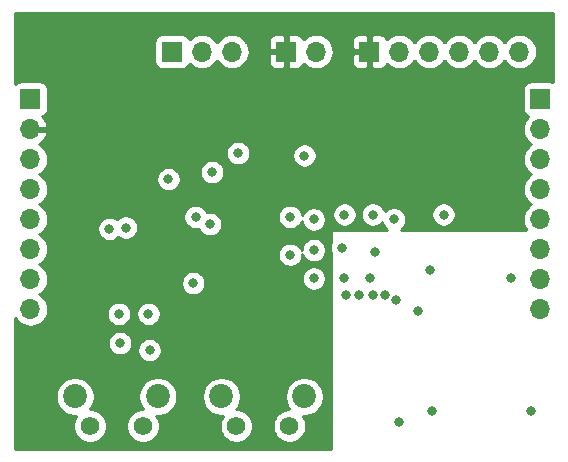
<source format=gbr>
G04 #@! TF.GenerationSoftware,KiCad,Pcbnew,(5.1.4)-1*
G04 #@! TF.CreationDate,2020-02-25T16:56:55+01:00*
G04 #@! TF.ProjectId,Master Thesis PCB,4d617374-6572-4205-9468-657369732050,rev?*
G04 #@! TF.SameCoordinates,Original*
G04 #@! TF.FileFunction,Copper,L3,Inr*
G04 #@! TF.FilePolarity,Positive*
%FSLAX46Y46*%
G04 Gerber Fmt 4.6, Leading zero omitted, Abs format (unit mm)*
G04 Created by KiCad (PCBNEW (5.1.4)-1) date 2020-02-25 16:56:55*
%MOMM*%
%LPD*%
G04 APERTURE LIST*
%ADD10C,2.026000*%
%ADD11C,1.561000*%
%ADD12O,1.700000X1.700000*%
%ADD13R,1.700000X1.700000*%
%ADD14C,0.800000*%
%ADD15C,0.254000*%
G04 APERTURE END LIST*
D10*
X111600000Y-105200000D03*
X104590000Y-105200000D03*
D11*
X110345000Y-107690000D03*
X105845000Y-107690000D03*
D10*
X124000000Y-105200000D03*
X116990000Y-105200000D03*
D11*
X122745000Y-107690000D03*
X118245000Y-107690000D03*
D12*
X142200000Y-76000000D03*
X139660000Y-76000000D03*
X137120000Y-76000000D03*
X134580000Y-76000000D03*
X132040000Y-76000000D03*
D13*
X129500000Y-76000000D03*
D12*
X117880000Y-76000000D03*
X115340000Y-76000000D03*
D13*
X112800000Y-76000000D03*
D12*
X125000000Y-76000000D03*
D13*
X122460000Y-76000000D03*
D12*
X100800000Y-97800000D03*
X100800000Y-95260000D03*
X100800000Y-92720000D03*
X100800000Y-90180000D03*
X100800000Y-87640000D03*
X100800000Y-85100000D03*
X100800000Y-82560000D03*
D13*
X100800000Y-80020000D03*
D12*
X143980000Y-97800000D03*
X143980000Y-95260000D03*
X143980000Y-92720000D03*
X143980000Y-90180000D03*
X143980000Y-87640000D03*
X143980000Y-85100000D03*
X143980000Y-82560000D03*
D13*
X143980000Y-80020000D03*
D14*
X134800000Y-106400000D03*
X143200000Y-106400000D03*
X129600000Y-95200000D03*
X127400000Y-95200000D03*
X124800000Y-95200000D03*
X124800000Y-92800000D03*
X127200000Y-92600000D03*
X130000000Y-93000000D03*
X129800000Y-89800000D03*
X127400000Y-89800000D03*
X124800000Y-90200000D03*
X134625000Y-94525010D03*
X124000000Y-84800000D03*
X116200000Y-86200000D03*
X114600000Y-95600000D03*
X116000000Y-90600000D03*
X122800000Y-90000000D03*
X122800000Y-93200000D03*
X133600000Y-98000000D03*
X132000000Y-107400000D03*
X108900000Y-90900000D03*
X112500000Y-86800000D03*
X120400000Y-91400000D03*
X137399992Y-90000000D03*
X106400000Y-101400000D03*
X114800000Y-90000000D03*
X141500000Y-95200000D03*
X131800000Y-97000000D03*
X130849457Y-96575862D03*
X129800000Y-96600000D03*
X128600000Y-96600000D03*
X127525010Y-96600000D03*
X110800000Y-98200000D03*
X110900000Y-101274990D03*
X108400000Y-100675010D03*
X108300000Y-98200000D03*
X107500000Y-91000000D03*
X118400000Y-84600000D03*
X131600000Y-90200000D03*
X135800000Y-89800000D03*
D15*
G36*
X145090000Y-78588954D02*
G01*
X145074180Y-78580498D01*
X144954482Y-78544188D01*
X144830000Y-78531928D01*
X143130000Y-78531928D01*
X143005518Y-78544188D01*
X142885820Y-78580498D01*
X142775506Y-78639463D01*
X142678815Y-78718815D01*
X142599463Y-78815506D01*
X142540498Y-78925820D01*
X142504188Y-79045518D01*
X142491928Y-79170000D01*
X142491928Y-80870000D01*
X142504188Y-80994482D01*
X142540498Y-81114180D01*
X142599463Y-81224494D01*
X142678815Y-81321185D01*
X142775506Y-81400537D01*
X142885820Y-81459502D01*
X142954687Y-81480393D01*
X142924866Y-81504866D01*
X142739294Y-81730986D01*
X142601401Y-81988966D01*
X142516487Y-82268889D01*
X142487815Y-82560000D01*
X142516487Y-82851111D01*
X142601401Y-83131034D01*
X142739294Y-83389014D01*
X142924866Y-83615134D01*
X143150986Y-83800706D01*
X143205791Y-83830000D01*
X143150986Y-83859294D01*
X142924866Y-84044866D01*
X142739294Y-84270986D01*
X142601401Y-84528966D01*
X142516487Y-84808889D01*
X142487815Y-85100000D01*
X142516487Y-85391111D01*
X142601401Y-85671034D01*
X142739294Y-85929014D01*
X142924866Y-86155134D01*
X143150986Y-86340706D01*
X143205791Y-86370000D01*
X143150986Y-86399294D01*
X142924866Y-86584866D01*
X142739294Y-86810986D01*
X142601401Y-87068966D01*
X142516487Y-87348889D01*
X142487815Y-87640000D01*
X142516487Y-87931111D01*
X142601401Y-88211034D01*
X142739294Y-88469014D01*
X142924866Y-88695134D01*
X143150986Y-88880706D01*
X143205791Y-88910000D01*
X143150986Y-88939294D01*
X142924866Y-89124866D01*
X142739294Y-89350986D01*
X142601401Y-89608966D01*
X142516487Y-89888889D01*
X142487815Y-90180000D01*
X142516487Y-90471111D01*
X142601401Y-90751034D01*
X142739294Y-91009014D01*
X142791806Y-91073000D01*
X132156414Y-91073000D01*
X132259774Y-91003937D01*
X132403937Y-90859774D01*
X132517205Y-90690256D01*
X132595226Y-90501898D01*
X132635000Y-90301939D01*
X132635000Y-90098061D01*
X132595226Y-89898102D01*
X132517205Y-89709744D01*
X132509399Y-89698061D01*
X134765000Y-89698061D01*
X134765000Y-89901939D01*
X134804774Y-90101898D01*
X134882795Y-90290256D01*
X134996063Y-90459774D01*
X135140226Y-90603937D01*
X135309744Y-90717205D01*
X135498102Y-90795226D01*
X135698061Y-90835000D01*
X135901939Y-90835000D01*
X136101898Y-90795226D01*
X136290256Y-90717205D01*
X136459774Y-90603937D01*
X136603937Y-90459774D01*
X136717205Y-90290256D01*
X136795226Y-90101898D01*
X136835000Y-89901939D01*
X136835000Y-89698061D01*
X136795226Y-89498102D01*
X136717205Y-89309744D01*
X136603937Y-89140226D01*
X136459774Y-88996063D01*
X136290256Y-88882795D01*
X136101898Y-88804774D01*
X135901939Y-88765000D01*
X135698061Y-88765000D01*
X135498102Y-88804774D01*
X135309744Y-88882795D01*
X135140226Y-88996063D01*
X134996063Y-89140226D01*
X134882795Y-89309744D01*
X134804774Y-89498102D01*
X134765000Y-89698061D01*
X132509399Y-89698061D01*
X132403937Y-89540226D01*
X132259774Y-89396063D01*
X132090256Y-89282795D01*
X131901898Y-89204774D01*
X131701939Y-89165000D01*
X131498061Y-89165000D01*
X131298102Y-89204774D01*
X131109744Y-89282795D01*
X130940226Y-89396063D01*
X130802354Y-89533935D01*
X130795226Y-89498102D01*
X130717205Y-89309744D01*
X130603937Y-89140226D01*
X130459774Y-88996063D01*
X130290256Y-88882795D01*
X130101898Y-88804774D01*
X129901939Y-88765000D01*
X129698061Y-88765000D01*
X129498102Y-88804774D01*
X129309744Y-88882795D01*
X129140226Y-88996063D01*
X128996063Y-89140226D01*
X128882795Y-89309744D01*
X128804774Y-89498102D01*
X128765000Y-89698061D01*
X128765000Y-89901939D01*
X128804774Y-90101898D01*
X128882795Y-90290256D01*
X128996063Y-90459774D01*
X129140226Y-90603937D01*
X129309744Y-90717205D01*
X129498102Y-90795226D01*
X129698061Y-90835000D01*
X129901939Y-90835000D01*
X130101898Y-90795226D01*
X130290256Y-90717205D01*
X130459774Y-90603937D01*
X130597646Y-90466065D01*
X130604774Y-90501898D01*
X130682795Y-90690256D01*
X130796063Y-90859774D01*
X130940226Y-91003937D01*
X131043586Y-91073000D01*
X126400000Y-91073000D01*
X126375224Y-91075440D01*
X126351399Y-91082667D01*
X126329443Y-91094403D01*
X126310197Y-91110197D01*
X126294403Y-91129443D01*
X126282667Y-91151399D01*
X126275440Y-91175224D01*
X126273000Y-91200000D01*
X126273000Y-92133391D01*
X126204774Y-92298102D01*
X126165000Y-92498061D01*
X126165000Y-92701939D01*
X126204774Y-92901898D01*
X126273000Y-93066609D01*
X126273000Y-109690000D01*
X99510000Y-109690000D01*
X99510000Y-105037686D01*
X102942000Y-105037686D01*
X102942000Y-105362314D01*
X103005332Y-105680704D01*
X103129561Y-105980621D01*
X103309915Y-106250539D01*
X103539461Y-106480085D01*
X103809379Y-106660439D01*
X104109296Y-106784668D01*
X104427686Y-106848000D01*
X104705199Y-106848000D01*
X104590600Y-107019509D01*
X104483897Y-107277114D01*
X104429500Y-107550585D01*
X104429500Y-107829415D01*
X104483897Y-108102886D01*
X104590600Y-108360491D01*
X104745509Y-108592329D01*
X104942671Y-108789491D01*
X105174509Y-108944400D01*
X105432114Y-109051103D01*
X105705585Y-109105500D01*
X105984415Y-109105500D01*
X106257886Y-109051103D01*
X106515491Y-108944400D01*
X106747329Y-108789491D01*
X106944491Y-108592329D01*
X107099400Y-108360491D01*
X107206103Y-108102886D01*
X107260500Y-107829415D01*
X107260500Y-107550585D01*
X108929500Y-107550585D01*
X108929500Y-107829415D01*
X108983897Y-108102886D01*
X109090600Y-108360491D01*
X109245509Y-108592329D01*
X109442671Y-108789491D01*
X109674509Y-108944400D01*
X109932114Y-109051103D01*
X110205585Y-109105500D01*
X110484415Y-109105500D01*
X110757886Y-109051103D01*
X111015491Y-108944400D01*
X111247329Y-108789491D01*
X111444491Y-108592329D01*
X111599400Y-108360491D01*
X111706103Y-108102886D01*
X111760500Y-107829415D01*
X111760500Y-107550585D01*
X111706103Y-107277114D01*
X111599400Y-107019509D01*
X111484801Y-106848000D01*
X111762314Y-106848000D01*
X112080704Y-106784668D01*
X112380621Y-106660439D01*
X112650539Y-106480085D01*
X112880085Y-106250539D01*
X113060439Y-105980621D01*
X113184668Y-105680704D01*
X113248000Y-105362314D01*
X113248000Y-105037686D01*
X115342000Y-105037686D01*
X115342000Y-105362314D01*
X115405332Y-105680704D01*
X115529561Y-105980621D01*
X115709915Y-106250539D01*
X115939461Y-106480085D01*
X116209379Y-106660439D01*
X116509296Y-106784668D01*
X116827686Y-106848000D01*
X117105199Y-106848000D01*
X116990600Y-107019509D01*
X116883897Y-107277114D01*
X116829500Y-107550585D01*
X116829500Y-107829415D01*
X116883897Y-108102886D01*
X116990600Y-108360491D01*
X117145509Y-108592329D01*
X117342671Y-108789491D01*
X117574509Y-108944400D01*
X117832114Y-109051103D01*
X118105585Y-109105500D01*
X118384415Y-109105500D01*
X118657886Y-109051103D01*
X118915491Y-108944400D01*
X119147329Y-108789491D01*
X119344491Y-108592329D01*
X119499400Y-108360491D01*
X119606103Y-108102886D01*
X119660500Y-107829415D01*
X119660500Y-107550585D01*
X121329500Y-107550585D01*
X121329500Y-107829415D01*
X121383897Y-108102886D01*
X121490600Y-108360491D01*
X121645509Y-108592329D01*
X121842671Y-108789491D01*
X122074509Y-108944400D01*
X122332114Y-109051103D01*
X122605585Y-109105500D01*
X122884415Y-109105500D01*
X123157886Y-109051103D01*
X123415491Y-108944400D01*
X123647329Y-108789491D01*
X123844491Y-108592329D01*
X123999400Y-108360491D01*
X124106103Y-108102886D01*
X124160500Y-107829415D01*
X124160500Y-107550585D01*
X124106103Y-107277114D01*
X123999400Y-107019509D01*
X123884801Y-106848000D01*
X124162314Y-106848000D01*
X124480704Y-106784668D01*
X124780621Y-106660439D01*
X125050539Y-106480085D01*
X125280085Y-106250539D01*
X125460439Y-105980621D01*
X125584668Y-105680704D01*
X125648000Y-105362314D01*
X125648000Y-105037686D01*
X125584668Y-104719296D01*
X125460439Y-104419379D01*
X125280085Y-104149461D01*
X125050539Y-103919915D01*
X124780621Y-103739561D01*
X124480704Y-103615332D01*
X124162314Y-103552000D01*
X123837686Y-103552000D01*
X123519296Y-103615332D01*
X123219379Y-103739561D01*
X122949461Y-103919915D01*
X122719915Y-104149461D01*
X122539561Y-104419379D01*
X122415332Y-104719296D01*
X122352000Y-105037686D01*
X122352000Y-105362314D01*
X122415332Y-105680704D01*
X122539561Y-105980621D01*
X122719915Y-106250539D01*
X122743876Y-106274500D01*
X122605585Y-106274500D01*
X122332114Y-106328897D01*
X122074509Y-106435600D01*
X121842671Y-106590509D01*
X121645509Y-106787671D01*
X121490600Y-107019509D01*
X121383897Y-107277114D01*
X121329500Y-107550585D01*
X119660500Y-107550585D01*
X119606103Y-107277114D01*
X119499400Y-107019509D01*
X119344491Y-106787671D01*
X119147329Y-106590509D01*
X118915491Y-106435600D01*
X118657886Y-106328897D01*
X118384415Y-106274500D01*
X118246124Y-106274500D01*
X118270085Y-106250539D01*
X118450439Y-105980621D01*
X118574668Y-105680704D01*
X118638000Y-105362314D01*
X118638000Y-105037686D01*
X118574668Y-104719296D01*
X118450439Y-104419379D01*
X118270085Y-104149461D01*
X118040539Y-103919915D01*
X117770621Y-103739561D01*
X117470704Y-103615332D01*
X117152314Y-103552000D01*
X116827686Y-103552000D01*
X116509296Y-103615332D01*
X116209379Y-103739561D01*
X115939461Y-103919915D01*
X115709915Y-104149461D01*
X115529561Y-104419379D01*
X115405332Y-104719296D01*
X115342000Y-105037686D01*
X113248000Y-105037686D01*
X113184668Y-104719296D01*
X113060439Y-104419379D01*
X112880085Y-104149461D01*
X112650539Y-103919915D01*
X112380621Y-103739561D01*
X112080704Y-103615332D01*
X111762314Y-103552000D01*
X111437686Y-103552000D01*
X111119296Y-103615332D01*
X110819379Y-103739561D01*
X110549461Y-103919915D01*
X110319915Y-104149461D01*
X110139561Y-104419379D01*
X110015332Y-104719296D01*
X109952000Y-105037686D01*
X109952000Y-105362314D01*
X110015332Y-105680704D01*
X110139561Y-105980621D01*
X110319915Y-106250539D01*
X110343876Y-106274500D01*
X110205585Y-106274500D01*
X109932114Y-106328897D01*
X109674509Y-106435600D01*
X109442671Y-106590509D01*
X109245509Y-106787671D01*
X109090600Y-107019509D01*
X108983897Y-107277114D01*
X108929500Y-107550585D01*
X107260500Y-107550585D01*
X107206103Y-107277114D01*
X107099400Y-107019509D01*
X106944491Y-106787671D01*
X106747329Y-106590509D01*
X106515491Y-106435600D01*
X106257886Y-106328897D01*
X105984415Y-106274500D01*
X105846124Y-106274500D01*
X105870085Y-106250539D01*
X106050439Y-105980621D01*
X106174668Y-105680704D01*
X106238000Y-105362314D01*
X106238000Y-105037686D01*
X106174668Y-104719296D01*
X106050439Y-104419379D01*
X105870085Y-104149461D01*
X105640539Y-103919915D01*
X105370621Y-103739561D01*
X105070704Y-103615332D01*
X104752314Y-103552000D01*
X104427686Y-103552000D01*
X104109296Y-103615332D01*
X103809379Y-103739561D01*
X103539461Y-103919915D01*
X103309915Y-104149461D01*
X103129561Y-104419379D01*
X103005332Y-104719296D01*
X102942000Y-105037686D01*
X99510000Y-105037686D01*
X99510000Y-100573071D01*
X107365000Y-100573071D01*
X107365000Y-100776949D01*
X107404774Y-100976908D01*
X107482795Y-101165266D01*
X107596063Y-101334784D01*
X107740226Y-101478947D01*
X107909744Y-101592215D01*
X108098102Y-101670236D01*
X108298061Y-101710010D01*
X108501939Y-101710010D01*
X108701898Y-101670236D01*
X108890256Y-101592215D01*
X109059774Y-101478947D01*
X109203937Y-101334784D01*
X109312003Y-101173051D01*
X109865000Y-101173051D01*
X109865000Y-101376929D01*
X109904774Y-101576888D01*
X109982795Y-101765246D01*
X110096063Y-101934764D01*
X110240226Y-102078927D01*
X110409744Y-102192195D01*
X110598102Y-102270216D01*
X110798061Y-102309990D01*
X111001939Y-102309990D01*
X111201898Y-102270216D01*
X111390256Y-102192195D01*
X111559774Y-102078927D01*
X111703937Y-101934764D01*
X111817205Y-101765246D01*
X111895226Y-101576888D01*
X111935000Y-101376929D01*
X111935000Y-101173051D01*
X111895226Y-100973092D01*
X111817205Y-100784734D01*
X111703937Y-100615216D01*
X111559774Y-100471053D01*
X111390256Y-100357785D01*
X111201898Y-100279764D01*
X111001939Y-100239990D01*
X110798061Y-100239990D01*
X110598102Y-100279764D01*
X110409744Y-100357785D01*
X110240226Y-100471053D01*
X110096063Y-100615216D01*
X109982795Y-100784734D01*
X109904774Y-100973092D01*
X109865000Y-101173051D01*
X109312003Y-101173051D01*
X109317205Y-101165266D01*
X109395226Y-100976908D01*
X109435000Y-100776949D01*
X109435000Y-100573071D01*
X109395226Y-100373112D01*
X109317205Y-100184754D01*
X109203937Y-100015236D01*
X109059774Y-99871073D01*
X108890256Y-99757805D01*
X108701898Y-99679784D01*
X108501939Y-99640010D01*
X108298061Y-99640010D01*
X108098102Y-99679784D01*
X107909744Y-99757805D01*
X107740226Y-99871073D01*
X107596063Y-100015236D01*
X107482795Y-100184754D01*
X107404774Y-100373112D01*
X107365000Y-100573071D01*
X99510000Y-100573071D01*
X99510000Y-98536791D01*
X99559294Y-98629014D01*
X99744866Y-98855134D01*
X99970986Y-99040706D01*
X100228966Y-99178599D01*
X100508889Y-99263513D01*
X100727050Y-99285000D01*
X100872950Y-99285000D01*
X101091111Y-99263513D01*
X101371034Y-99178599D01*
X101629014Y-99040706D01*
X101855134Y-98855134D01*
X102040706Y-98629014D01*
X102178599Y-98371034D01*
X102261404Y-98098061D01*
X107265000Y-98098061D01*
X107265000Y-98301939D01*
X107304774Y-98501898D01*
X107382795Y-98690256D01*
X107496063Y-98859774D01*
X107640226Y-99003937D01*
X107809744Y-99117205D01*
X107998102Y-99195226D01*
X108198061Y-99235000D01*
X108401939Y-99235000D01*
X108601898Y-99195226D01*
X108790256Y-99117205D01*
X108959774Y-99003937D01*
X109103937Y-98859774D01*
X109217205Y-98690256D01*
X109295226Y-98501898D01*
X109335000Y-98301939D01*
X109335000Y-98098061D01*
X109765000Y-98098061D01*
X109765000Y-98301939D01*
X109804774Y-98501898D01*
X109882795Y-98690256D01*
X109996063Y-98859774D01*
X110140226Y-99003937D01*
X110309744Y-99117205D01*
X110498102Y-99195226D01*
X110698061Y-99235000D01*
X110901939Y-99235000D01*
X111101898Y-99195226D01*
X111290256Y-99117205D01*
X111459774Y-99003937D01*
X111603937Y-98859774D01*
X111717205Y-98690256D01*
X111795226Y-98501898D01*
X111835000Y-98301939D01*
X111835000Y-98098061D01*
X111795226Y-97898102D01*
X111717205Y-97709744D01*
X111603937Y-97540226D01*
X111459774Y-97396063D01*
X111290256Y-97282795D01*
X111101898Y-97204774D01*
X110901939Y-97165000D01*
X110698061Y-97165000D01*
X110498102Y-97204774D01*
X110309744Y-97282795D01*
X110140226Y-97396063D01*
X109996063Y-97540226D01*
X109882795Y-97709744D01*
X109804774Y-97898102D01*
X109765000Y-98098061D01*
X109335000Y-98098061D01*
X109295226Y-97898102D01*
X109217205Y-97709744D01*
X109103937Y-97540226D01*
X108959774Y-97396063D01*
X108790256Y-97282795D01*
X108601898Y-97204774D01*
X108401939Y-97165000D01*
X108198061Y-97165000D01*
X107998102Y-97204774D01*
X107809744Y-97282795D01*
X107640226Y-97396063D01*
X107496063Y-97540226D01*
X107382795Y-97709744D01*
X107304774Y-97898102D01*
X107265000Y-98098061D01*
X102261404Y-98098061D01*
X102263513Y-98091111D01*
X102292185Y-97800000D01*
X102263513Y-97508889D01*
X102178599Y-97228966D01*
X102040706Y-96970986D01*
X101855134Y-96744866D01*
X101629014Y-96559294D01*
X101574209Y-96530000D01*
X101629014Y-96500706D01*
X101855134Y-96315134D01*
X102040706Y-96089014D01*
X102178599Y-95831034D01*
X102263513Y-95551111D01*
X102268737Y-95498061D01*
X113565000Y-95498061D01*
X113565000Y-95701939D01*
X113604774Y-95901898D01*
X113682795Y-96090256D01*
X113796063Y-96259774D01*
X113940226Y-96403937D01*
X114109744Y-96517205D01*
X114298102Y-96595226D01*
X114498061Y-96635000D01*
X114701939Y-96635000D01*
X114901898Y-96595226D01*
X115090256Y-96517205D01*
X115259774Y-96403937D01*
X115403937Y-96259774D01*
X115517205Y-96090256D01*
X115595226Y-95901898D01*
X115635000Y-95701939D01*
X115635000Y-95498061D01*
X115595226Y-95298102D01*
X115517205Y-95109744D01*
X115509399Y-95098061D01*
X123765000Y-95098061D01*
X123765000Y-95301939D01*
X123804774Y-95501898D01*
X123882795Y-95690256D01*
X123996063Y-95859774D01*
X124140226Y-96003937D01*
X124309744Y-96117205D01*
X124498102Y-96195226D01*
X124698061Y-96235000D01*
X124901939Y-96235000D01*
X125101898Y-96195226D01*
X125290256Y-96117205D01*
X125459774Y-96003937D01*
X125603937Y-95859774D01*
X125717205Y-95690256D01*
X125795226Y-95501898D01*
X125835000Y-95301939D01*
X125835000Y-95098061D01*
X125795226Y-94898102D01*
X125717205Y-94709744D01*
X125603937Y-94540226D01*
X125459774Y-94396063D01*
X125290256Y-94282795D01*
X125101898Y-94204774D01*
X124901939Y-94165000D01*
X124698061Y-94165000D01*
X124498102Y-94204774D01*
X124309744Y-94282795D01*
X124140226Y-94396063D01*
X123996063Y-94540226D01*
X123882795Y-94709744D01*
X123804774Y-94898102D01*
X123765000Y-95098061D01*
X115509399Y-95098061D01*
X115403937Y-94940226D01*
X115259774Y-94796063D01*
X115090256Y-94682795D01*
X114901898Y-94604774D01*
X114701939Y-94565000D01*
X114498061Y-94565000D01*
X114298102Y-94604774D01*
X114109744Y-94682795D01*
X113940226Y-94796063D01*
X113796063Y-94940226D01*
X113682795Y-95109744D01*
X113604774Y-95298102D01*
X113565000Y-95498061D01*
X102268737Y-95498061D01*
X102292185Y-95260000D01*
X102263513Y-94968889D01*
X102178599Y-94688966D01*
X102040706Y-94430986D01*
X101855134Y-94204866D01*
X101629014Y-94019294D01*
X101574209Y-93990000D01*
X101629014Y-93960706D01*
X101855134Y-93775134D01*
X102040706Y-93549014D01*
X102178599Y-93291034D01*
X102237136Y-93098061D01*
X121765000Y-93098061D01*
X121765000Y-93301939D01*
X121804774Y-93501898D01*
X121882795Y-93690256D01*
X121996063Y-93859774D01*
X122140226Y-94003937D01*
X122309744Y-94117205D01*
X122498102Y-94195226D01*
X122698061Y-94235000D01*
X122901939Y-94235000D01*
X123101898Y-94195226D01*
X123290256Y-94117205D01*
X123459774Y-94003937D01*
X123603937Y-93859774D01*
X123717205Y-93690256D01*
X123795226Y-93501898D01*
X123835000Y-93301939D01*
X123835000Y-93174869D01*
X123882795Y-93290256D01*
X123996063Y-93459774D01*
X124140226Y-93603937D01*
X124309744Y-93717205D01*
X124498102Y-93795226D01*
X124698061Y-93835000D01*
X124901939Y-93835000D01*
X125101898Y-93795226D01*
X125290256Y-93717205D01*
X125459774Y-93603937D01*
X125603937Y-93459774D01*
X125717205Y-93290256D01*
X125795226Y-93101898D01*
X125835000Y-92901939D01*
X125835000Y-92698061D01*
X125795226Y-92498102D01*
X125717205Y-92309744D01*
X125603937Y-92140226D01*
X125459774Y-91996063D01*
X125290256Y-91882795D01*
X125101898Y-91804774D01*
X124901939Y-91765000D01*
X124698061Y-91765000D01*
X124498102Y-91804774D01*
X124309744Y-91882795D01*
X124140226Y-91996063D01*
X123996063Y-92140226D01*
X123882795Y-92309744D01*
X123804774Y-92498102D01*
X123765000Y-92698061D01*
X123765000Y-92825131D01*
X123717205Y-92709744D01*
X123603937Y-92540226D01*
X123459774Y-92396063D01*
X123290256Y-92282795D01*
X123101898Y-92204774D01*
X122901939Y-92165000D01*
X122698061Y-92165000D01*
X122498102Y-92204774D01*
X122309744Y-92282795D01*
X122140226Y-92396063D01*
X121996063Y-92540226D01*
X121882795Y-92709744D01*
X121804774Y-92898102D01*
X121765000Y-93098061D01*
X102237136Y-93098061D01*
X102263513Y-93011111D01*
X102292185Y-92720000D01*
X102263513Y-92428889D01*
X102178599Y-92148966D01*
X102040706Y-91890986D01*
X101855134Y-91664866D01*
X101629014Y-91479294D01*
X101574209Y-91450000D01*
X101629014Y-91420706D01*
X101855134Y-91235134D01*
X102040706Y-91009014D01*
X102100011Y-90898061D01*
X106465000Y-90898061D01*
X106465000Y-91101939D01*
X106504774Y-91301898D01*
X106582795Y-91490256D01*
X106696063Y-91659774D01*
X106840226Y-91803937D01*
X107009744Y-91917205D01*
X107198102Y-91995226D01*
X107398061Y-92035000D01*
X107601939Y-92035000D01*
X107801898Y-91995226D01*
X107990256Y-91917205D01*
X108159774Y-91803937D01*
X108251944Y-91711767D01*
X108409744Y-91817205D01*
X108598102Y-91895226D01*
X108798061Y-91935000D01*
X109001939Y-91935000D01*
X109201898Y-91895226D01*
X109390256Y-91817205D01*
X109559774Y-91703937D01*
X109703937Y-91559774D01*
X109817205Y-91390256D01*
X109895226Y-91201898D01*
X109935000Y-91001939D01*
X109935000Y-90798061D01*
X109895226Y-90598102D01*
X109817205Y-90409744D01*
X109703937Y-90240226D01*
X109559774Y-90096063D01*
X109390256Y-89982795D01*
X109201898Y-89904774D01*
X109168150Y-89898061D01*
X113765000Y-89898061D01*
X113765000Y-90101939D01*
X113804774Y-90301898D01*
X113882795Y-90490256D01*
X113996063Y-90659774D01*
X114140226Y-90803937D01*
X114309744Y-90917205D01*
X114498102Y-90995226D01*
X114698061Y-91035000D01*
X114901939Y-91035000D01*
X115047882Y-91005970D01*
X115082795Y-91090256D01*
X115196063Y-91259774D01*
X115340226Y-91403937D01*
X115509744Y-91517205D01*
X115698102Y-91595226D01*
X115898061Y-91635000D01*
X116101939Y-91635000D01*
X116301898Y-91595226D01*
X116490256Y-91517205D01*
X116659774Y-91403937D01*
X116803937Y-91259774D01*
X116917205Y-91090256D01*
X116995226Y-90901898D01*
X117035000Y-90701939D01*
X117035000Y-90498061D01*
X116995226Y-90298102D01*
X116917205Y-90109744D01*
X116803937Y-89940226D01*
X116761772Y-89898061D01*
X121765000Y-89898061D01*
X121765000Y-90101939D01*
X121804774Y-90301898D01*
X121882795Y-90490256D01*
X121996063Y-90659774D01*
X122140226Y-90803937D01*
X122309744Y-90917205D01*
X122498102Y-90995226D01*
X122698061Y-91035000D01*
X122901939Y-91035000D01*
X123101898Y-90995226D01*
X123290256Y-90917205D01*
X123459774Y-90803937D01*
X123603937Y-90659774D01*
X123717205Y-90490256D01*
X123774800Y-90351209D01*
X123804774Y-90501898D01*
X123882795Y-90690256D01*
X123996063Y-90859774D01*
X124140226Y-91003937D01*
X124309744Y-91117205D01*
X124498102Y-91195226D01*
X124698061Y-91235000D01*
X124901939Y-91235000D01*
X125101898Y-91195226D01*
X125290256Y-91117205D01*
X125459774Y-91003937D01*
X125603937Y-90859774D01*
X125717205Y-90690256D01*
X125795226Y-90501898D01*
X125835000Y-90301939D01*
X125835000Y-90098061D01*
X125795226Y-89898102D01*
X125717205Y-89709744D01*
X125709399Y-89698061D01*
X126365000Y-89698061D01*
X126365000Y-89901939D01*
X126404774Y-90101898D01*
X126482795Y-90290256D01*
X126596063Y-90459774D01*
X126740226Y-90603937D01*
X126909744Y-90717205D01*
X127098102Y-90795226D01*
X127298061Y-90835000D01*
X127501939Y-90835000D01*
X127701898Y-90795226D01*
X127890256Y-90717205D01*
X128059774Y-90603937D01*
X128203937Y-90459774D01*
X128317205Y-90290256D01*
X128395226Y-90101898D01*
X128435000Y-89901939D01*
X128435000Y-89698061D01*
X128395226Y-89498102D01*
X128317205Y-89309744D01*
X128203937Y-89140226D01*
X128059774Y-88996063D01*
X127890256Y-88882795D01*
X127701898Y-88804774D01*
X127501939Y-88765000D01*
X127298061Y-88765000D01*
X127098102Y-88804774D01*
X126909744Y-88882795D01*
X126740226Y-88996063D01*
X126596063Y-89140226D01*
X126482795Y-89309744D01*
X126404774Y-89498102D01*
X126365000Y-89698061D01*
X125709399Y-89698061D01*
X125603937Y-89540226D01*
X125459774Y-89396063D01*
X125290256Y-89282795D01*
X125101898Y-89204774D01*
X124901939Y-89165000D01*
X124698061Y-89165000D01*
X124498102Y-89204774D01*
X124309744Y-89282795D01*
X124140226Y-89396063D01*
X123996063Y-89540226D01*
X123882795Y-89709744D01*
X123825200Y-89848791D01*
X123795226Y-89698102D01*
X123717205Y-89509744D01*
X123603937Y-89340226D01*
X123459774Y-89196063D01*
X123290256Y-89082795D01*
X123101898Y-89004774D01*
X122901939Y-88965000D01*
X122698061Y-88965000D01*
X122498102Y-89004774D01*
X122309744Y-89082795D01*
X122140226Y-89196063D01*
X121996063Y-89340226D01*
X121882795Y-89509744D01*
X121804774Y-89698102D01*
X121765000Y-89898061D01*
X116761772Y-89898061D01*
X116659774Y-89796063D01*
X116490256Y-89682795D01*
X116301898Y-89604774D01*
X116101939Y-89565000D01*
X115898061Y-89565000D01*
X115752118Y-89594030D01*
X115717205Y-89509744D01*
X115603937Y-89340226D01*
X115459774Y-89196063D01*
X115290256Y-89082795D01*
X115101898Y-89004774D01*
X114901939Y-88965000D01*
X114698061Y-88965000D01*
X114498102Y-89004774D01*
X114309744Y-89082795D01*
X114140226Y-89196063D01*
X113996063Y-89340226D01*
X113882795Y-89509744D01*
X113804774Y-89698102D01*
X113765000Y-89898061D01*
X109168150Y-89898061D01*
X109001939Y-89865000D01*
X108798061Y-89865000D01*
X108598102Y-89904774D01*
X108409744Y-89982795D01*
X108240226Y-90096063D01*
X108148056Y-90188233D01*
X107990256Y-90082795D01*
X107801898Y-90004774D01*
X107601939Y-89965000D01*
X107398061Y-89965000D01*
X107198102Y-90004774D01*
X107009744Y-90082795D01*
X106840226Y-90196063D01*
X106696063Y-90340226D01*
X106582795Y-90509744D01*
X106504774Y-90698102D01*
X106465000Y-90898061D01*
X102100011Y-90898061D01*
X102178599Y-90751034D01*
X102263513Y-90471111D01*
X102292185Y-90180000D01*
X102263513Y-89888889D01*
X102178599Y-89608966D01*
X102040706Y-89350986D01*
X101855134Y-89124866D01*
X101629014Y-88939294D01*
X101574209Y-88910000D01*
X101629014Y-88880706D01*
X101855134Y-88695134D01*
X102040706Y-88469014D01*
X102178599Y-88211034D01*
X102263513Y-87931111D01*
X102292185Y-87640000D01*
X102263513Y-87348889D01*
X102178599Y-87068966D01*
X102040706Y-86810986D01*
X101948031Y-86698061D01*
X111465000Y-86698061D01*
X111465000Y-86901939D01*
X111504774Y-87101898D01*
X111582795Y-87290256D01*
X111696063Y-87459774D01*
X111840226Y-87603937D01*
X112009744Y-87717205D01*
X112198102Y-87795226D01*
X112398061Y-87835000D01*
X112601939Y-87835000D01*
X112801898Y-87795226D01*
X112990256Y-87717205D01*
X113159774Y-87603937D01*
X113303937Y-87459774D01*
X113417205Y-87290256D01*
X113495226Y-87101898D01*
X113535000Y-86901939D01*
X113535000Y-86698061D01*
X113495226Y-86498102D01*
X113417205Y-86309744D01*
X113303937Y-86140226D01*
X113261772Y-86098061D01*
X115165000Y-86098061D01*
X115165000Y-86301939D01*
X115204774Y-86501898D01*
X115282795Y-86690256D01*
X115396063Y-86859774D01*
X115540226Y-87003937D01*
X115709744Y-87117205D01*
X115898102Y-87195226D01*
X116098061Y-87235000D01*
X116301939Y-87235000D01*
X116501898Y-87195226D01*
X116690256Y-87117205D01*
X116859774Y-87003937D01*
X117003937Y-86859774D01*
X117117205Y-86690256D01*
X117195226Y-86501898D01*
X117235000Y-86301939D01*
X117235000Y-86098061D01*
X117195226Y-85898102D01*
X117117205Y-85709744D01*
X117003937Y-85540226D01*
X116859774Y-85396063D01*
X116690256Y-85282795D01*
X116501898Y-85204774D01*
X116301939Y-85165000D01*
X116098061Y-85165000D01*
X115898102Y-85204774D01*
X115709744Y-85282795D01*
X115540226Y-85396063D01*
X115396063Y-85540226D01*
X115282795Y-85709744D01*
X115204774Y-85898102D01*
X115165000Y-86098061D01*
X113261772Y-86098061D01*
X113159774Y-85996063D01*
X112990256Y-85882795D01*
X112801898Y-85804774D01*
X112601939Y-85765000D01*
X112398061Y-85765000D01*
X112198102Y-85804774D01*
X112009744Y-85882795D01*
X111840226Y-85996063D01*
X111696063Y-86140226D01*
X111582795Y-86309744D01*
X111504774Y-86498102D01*
X111465000Y-86698061D01*
X101948031Y-86698061D01*
X101855134Y-86584866D01*
X101629014Y-86399294D01*
X101574209Y-86370000D01*
X101629014Y-86340706D01*
X101855134Y-86155134D01*
X102040706Y-85929014D01*
X102178599Y-85671034D01*
X102263513Y-85391111D01*
X102292185Y-85100000D01*
X102263513Y-84808889D01*
X102178599Y-84528966D01*
X102162080Y-84498061D01*
X117365000Y-84498061D01*
X117365000Y-84701939D01*
X117404774Y-84901898D01*
X117482795Y-85090256D01*
X117596063Y-85259774D01*
X117740226Y-85403937D01*
X117909744Y-85517205D01*
X118098102Y-85595226D01*
X118298061Y-85635000D01*
X118501939Y-85635000D01*
X118701898Y-85595226D01*
X118890256Y-85517205D01*
X119059774Y-85403937D01*
X119203937Y-85259774D01*
X119317205Y-85090256D01*
X119395226Y-84901898D01*
X119435000Y-84701939D01*
X119435000Y-84698061D01*
X122965000Y-84698061D01*
X122965000Y-84901939D01*
X123004774Y-85101898D01*
X123082795Y-85290256D01*
X123196063Y-85459774D01*
X123340226Y-85603937D01*
X123509744Y-85717205D01*
X123698102Y-85795226D01*
X123898061Y-85835000D01*
X124101939Y-85835000D01*
X124301898Y-85795226D01*
X124490256Y-85717205D01*
X124659774Y-85603937D01*
X124803937Y-85459774D01*
X124917205Y-85290256D01*
X124995226Y-85101898D01*
X125035000Y-84901939D01*
X125035000Y-84698061D01*
X124995226Y-84498102D01*
X124917205Y-84309744D01*
X124803937Y-84140226D01*
X124659774Y-83996063D01*
X124490256Y-83882795D01*
X124301898Y-83804774D01*
X124101939Y-83765000D01*
X123898061Y-83765000D01*
X123698102Y-83804774D01*
X123509744Y-83882795D01*
X123340226Y-83996063D01*
X123196063Y-84140226D01*
X123082795Y-84309744D01*
X123004774Y-84498102D01*
X122965000Y-84698061D01*
X119435000Y-84698061D01*
X119435000Y-84498061D01*
X119395226Y-84298102D01*
X119317205Y-84109744D01*
X119203937Y-83940226D01*
X119059774Y-83796063D01*
X118890256Y-83682795D01*
X118701898Y-83604774D01*
X118501939Y-83565000D01*
X118298061Y-83565000D01*
X118098102Y-83604774D01*
X117909744Y-83682795D01*
X117740226Y-83796063D01*
X117596063Y-83940226D01*
X117482795Y-84109744D01*
X117404774Y-84298102D01*
X117365000Y-84498061D01*
X102162080Y-84498061D01*
X102040706Y-84270986D01*
X101855134Y-84044866D01*
X101629014Y-83859294D01*
X101564477Y-83824799D01*
X101681355Y-83755178D01*
X101897588Y-83560269D01*
X102071641Y-83326920D01*
X102196825Y-83064099D01*
X102241476Y-82916890D01*
X102120155Y-82687000D01*
X100927000Y-82687000D01*
X100927000Y-82707000D01*
X100673000Y-82707000D01*
X100673000Y-82687000D01*
X100653000Y-82687000D01*
X100653000Y-82433000D01*
X100673000Y-82433000D01*
X100673000Y-82413000D01*
X100927000Y-82413000D01*
X100927000Y-82433000D01*
X102120155Y-82433000D01*
X102241476Y-82203110D01*
X102196825Y-82055901D01*
X102071641Y-81793080D01*
X101897588Y-81559731D01*
X101813534Y-81483966D01*
X101894180Y-81459502D01*
X102004494Y-81400537D01*
X102101185Y-81321185D01*
X102180537Y-81224494D01*
X102239502Y-81114180D01*
X102275812Y-80994482D01*
X102288072Y-80870000D01*
X102288072Y-79170000D01*
X102275812Y-79045518D01*
X102239502Y-78925820D01*
X102180537Y-78815506D01*
X102101185Y-78718815D01*
X102004494Y-78639463D01*
X101894180Y-78580498D01*
X101774482Y-78544188D01*
X101650000Y-78531928D01*
X99950000Y-78531928D01*
X99825518Y-78544188D01*
X99705820Y-78580498D01*
X99595506Y-78639463D01*
X99510000Y-78709636D01*
X99510000Y-75150000D01*
X111311928Y-75150000D01*
X111311928Y-76850000D01*
X111324188Y-76974482D01*
X111360498Y-77094180D01*
X111419463Y-77204494D01*
X111498815Y-77301185D01*
X111595506Y-77380537D01*
X111705820Y-77439502D01*
X111825518Y-77475812D01*
X111950000Y-77488072D01*
X113650000Y-77488072D01*
X113774482Y-77475812D01*
X113894180Y-77439502D01*
X114004494Y-77380537D01*
X114101185Y-77301185D01*
X114180537Y-77204494D01*
X114239502Y-77094180D01*
X114260393Y-77025313D01*
X114284866Y-77055134D01*
X114510986Y-77240706D01*
X114768966Y-77378599D01*
X115048889Y-77463513D01*
X115267050Y-77485000D01*
X115412950Y-77485000D01*
X115631111Y-77463513D01*
X115911034Y-77378599D01*
X116169014Y-77240706D01*
X116395134Y-77055134D01*
X116580706Y-76829014D01*
X116610000Y-76774209D01*
X116639294Y-76829014D01*
X116824866Y-77055134D01*
X117050986Y-77240706D01*
X117308966Y-77378599D01*
X117588889Y-77463513D01*
X117807050Y-77485000D01*
X117952950Y-77485000D01*
X118171111Y-77463513D01*
X118451034Y-77378599D01*
X118709014Y-77240706D01*
X118935134Y-77055134D01*
X119103483Y-76850000D01*
X120971928Y-76850000D01*
X120984188Y-76974482D01*
X121020498Y-77094180D01*
X121079463Y-77204494D01*
X121158815Y-77301185D01*
X121255506Y-77380537D01*
X121365820Y-77439502D01*
X121485518Y-77475812D01*
X121610000Y-77488072D01*
X122174250Y-77485000D01*
X122333000Y-77326250D01*
X122333000Y-76127000D01*
X121133750Y-76127000D01*
X120975000Y-76285750D01*
X120971928Y-76850000D01*
X119103483Y-76850000D01*
X119120706Y-76829014D01*
X119258599Y-76571034D01*
X119343513Y-76291111D01*
X119372185Y-76000000D01*
X119343513Y-75708889D01*
X119258599Y-75428966D01*
X119120706Y-75170986D01*
X119103484Y-75150000D01*
X120971928Y-75150000D01*
X120975000Y-75714250D01*
X121133750Y-75873000D01*
X122333000Y-75873000D01*
X122333000Y-74673750D01*
X122587000Y-74673750D01*
X122587000Y-75873000D01*
X122607000Y-75873000D01*
X122607000Y-76127000D01*
X122587000Y-76127000D01*
X122587000Y-77326250D01*
X122745750Y-77485000D01*
X123310000Y-77488072D01*
X123434482Y-77475812D01*
X123554180Y-77439502D01*
X123664494Y-77380537D01*
X123761185Y-77301185D01*
X123840537Y-77204494D01*
X123899502Y-77094180D01*
X123920393Y-77025313D01*
X123944866Y-77055134D01*
X124170986Y-77240706D01*
X124428966Y-77378599D01*
X124708889Y-77463513D01*
X124927050Y-77485000D01*
X125072950Y-77485000D01*
X125291111Y-77463513D01*
X125571034Y-77378599D01*
X125829014Y-77240706D01*
X126055134Y-77055134D01*
X126223483Y-76850000D01*
X128011928Y-76850000D01*
X128024188Y-76974482D01*
X128060498Y-77094180D01*
X128119463Y-77204494D01*
X128198815Y-77301185D01*
X128295506Y-77380537D01*
X128405820Y-77439502D01*
X128525518Y-77475812D01*
X128650000Y-77488072D01*
X129214250Y-77485000D01*
X129373000Y-77326250D01*
X129373000Y-76127000D01*
X128173750Y-76127000D01*
X128015000Y-76285750D01*
X128011928Y-76850000D01*
X126223483Y-76850000D01*
X126240706Y-76829014D01*
X126378599Y-76571034D01*
X126463513Y-76291111D01*
X126492185Y-76000000D01*
X126463513Y-75708889D01*
X126378599Y-75428966D01*
X126240706Y-75170986D01*
X126223484Y-75150000D01*
X128011928Y-75150000D01*
X128015000Y-75714250D01*
X128173750Y-75873000D01*
X129373000Y-75873000D01*
X129373000Y-74673750D01*
X129627000Y-74673750D01*
X129627000Y-75873000D01*
X129647000Y-75873000D01*
X129647000Y-76127000D01*
X129627000Y-76127000D01*
X129627000Y-77326250D01*
X129785750Y-77485000D01*
X130350000Y-77488072D01*
X130474482Y-77475812D01*
X130594180Y-77439502D01*
X130704494Y-77380537D01*
X130801185Y-77301185D01*
X130880537Y-77204494D01*
X130939502Y-77094180D01*
X130960393Y-77025313D01*
X130984866Y-77055134D01*
X131210986Y-77240706D01*
X131468966Y-77378599D01*
X131748889Y-77463513D01*
X131967050Y-77485000D01*
X132112950Y-77485000D01*
X132331111Y-77463513D01*
X132611034Y-77378599D01*
X132869014Y-77240706D01*
X133095134Y-77055134D01*
X133280706Y-76829014D01*
X133310000Y-76774209D01*
X133339294Y-76829014D01*
X133524866Y-77055134D01*
X133750986Y-77240706D01*
X134008966Y-77378599D01*
X134288889Y-77463513D01*
X134507050Y-77485000D01*
X134652950Y-77485000D01*
X134871111Y-77463513D01*
X135151034Y-77378599D01*
X135409014Y-77240706D01*
X135635134Y-77055134D01*
X135820706Y-76829014D01*
X135850000Y-76774209D01*
X135879294Y-76829014D01*
X136064866Y-77055134D01*
X136290986Y-77240706D01*
X136548966Y-77378599D01*
X136828889Y-77463513D01*
X137047050Y-77485000D01*
X137192950Y-77485000D01*
X137411111Y-77463513D01*
X137691034Y-77378599D01*
X137949014Y-77240706D01*
X138175134Y-77055134D01*
X138360706Y-76829014D01*
X138390000Y-76774209D01*
X138419294Y-76829014D01*
X138604866Y-77055134D01*
X138830986Y-77240706D01*
X139088966Y-77378599D01*
X139368889Y-77463513D01*
X139587050Y-77485000D01*
X139732950Y-77485000D01*
X139951111Y-77463513D01*
X140231034Y-77378599D01*
X140489014Y-77240706D01*
X140715134Y-77055134D01*
X140900706Y-76829014D01*
X140930000Y-76774209D01*
X140959294Y-76829014D01*
X141144866Y-77055134D01*
X141370986Y-77240706D01*
X141628966Y-77378599D01*
X141908889Y-77463513D01*
X142127050Y-77485000D01*
X142272950Y-77485000D01*
X142491111Y-77463513D01*
X142771034Y-77378599D01*
X143029014Y-77240706D01*
X143255134Y-77055134D01*
X143440706Y-76829014D01*
X143578599Y-76571034D01*
X143663513Y-76291111D01*
X143692185Y-76000000D01*
X143663513Y-75708889D01*
X143578599Y-75428966D01*
X143440706Y-75170986D01*
X143255134Y-74944866D01*
X143029014Y-74759294D01*
X142771034Y-74621401D01*
X142491111Y-74536487D01*
X142272950Y-74515000D01*
X142127050Y-74515000D01*
X141908889Y-74536487D01*
X141628966Y-74621401D01*
X141370986Y-74759294D01*
X141144866Y-74944866D01*
X140959294Y-75170986D01*
X140930000Y-75225791D01*
X140900706Y-75170986D01*
X140715134Y-74944866D01*
X140489014Y-74759294D01*
X140231034Y-74621401D01*
X139951111Y-74536487D01*
X139732950Y-74515000D01*
X139587050Y-74515000D01*
X139368889Y-74536487D01*
X139088966Y-74621401D01*
X138830986Y-74759294D01*
X138604866Y-74944866D01*
X138419294Y-75170986D01*
X138390000Y-75225791D01*
X138360706Y-75170986D01*
X138175134Y-74944866D01*
X137949014Y-74759294D01*
X137691034Y-74621401D01*
X137411111Y-74536487D01*
X137192950Y-74515000D01*
X137047050Y-74515000D01*
X136828889Y-74536487D01*
X136548966Y-74621401D01*
X136290986Y-74759294D01*
X136064866Y-74944866D01*
X135879294Y-75170986D01*
X135850000Y-75225791D01*
X135820706Y-75170986D01*
X135635134Y-74944866D01*
X135409014Y-74759294D01*
X135151034Y-74621401D01*
X134871111Y-74536487D01*
X134652950Y-74515000D01*
X134507050Y-74515000D01*
X134288889Y-74536487D01*
X134008966Y-74621401D01*
X133750986Y-74759294D01*
X133524866Y-74944866D01*
X133339294Y-75170986D01*
X133310000Y-75225791D01*
X133280706Y-75170986D01*
X133095134Y-74944866D01*
X132869014Y-74759294D01*
X132611034Y-74621401D01*
X132331111Y-74536487D01*
X132112950Y-74515000D01*
X131967050Y-74515000D01*
X131748889Y-74536487D01*
X131468966Y-74621401D01*
X131210986Y-74759294D01*
X130984866Y-74944866D01*
X130960393Y-74974687D01*
X130939502Y-74905820D01*
X130880537Y-74795506D01*
X130801185Y-74698815D01*
X130704494Y-74619463D01*
X130594180Y-74560498D01*
X130474482Y-74524188D01*
X130350000Y-74511928D01*
X129785750Y-74515000D01*
X129627000Y-74673750D01*
X129373000Y-74673750D01*
X129214250Y-74515000D01*
X128650000Y-74511928D01*
X128525518Y-74524188D01*
X128405820Y-74560498D01*
X128295506Y-74619463D01*
X128198815Y-74698815D01*
X128119463Y-74795506D01*
X128060498Y-74905820D01*
X128024188Y-75025518D01*
X128011928Y-75150000D01*
X126223484Y-75150000D01*
X126055134Y-74944866D01*
X125829014Y-74759294D01*
X125571034Y-74621401D01*
X125291111Y-74536487D01*
X125072950Y-74515000D01*
X124927050Y-74515000D01*
X124708889Y-74536487D01*
X124428966Y-74621401D01*
X124170986Y-74759294D01*
X123944866Y-74944866D01*
X123920393Y-74974687D01*
X123899502Y-74905820D01*
X123840537Y-74795506D01*
X123761185Y-74698815D01*
X123664494Y-74619463D01*
X123554180Y-74560498D01*
X123434482Y-74524188D01*
X123310000Y-74511928D01*
X122745750Y-74515000D01*
X122587000Y-74673750D01*
X122333000Y-74673750D01*
X122174250Y-74515000D01*
X121610000Y-74511928D01*
X121485518Y-74524188D01*
X121365820Y-74560498D01*
X121255506Y-74619463D01*
X121158815Y-74698815D01*
X121079463Y-74795506D01*
X121020498Y-74905820D01*
X120984188Y-75025518D01*
X120971928Y-75150000D01*
X119103484Y-75150000D01*
X118935134Y-74944866D01*
X118709014Y-74759294D01*
X118451034Y-74621401D01*
X118171111Y-74536487D01*
X117952950Y-74515000D01*
X117807050Y-74515000D01*
X117588889Y-74536487D01*
X117308966Y-74621401D01*
X117050986Y-74759294D01*
X116824866Y-74944866D01*
X116639294Y-75170986D01*
X116610000Y-75225791D01*
X116580706Y-75170986D01*
X116395134Y-74944866D01*
X116169014Y-74759294D01*
X115911034Y-74621401D01*
X115631111Y-74536487D01*
X115412950Y-74515000D01*
X115267050Y-74515000D01*
X115048889Y-74536487D01*
X114768966Y-74621401D01*
X114510986Y-74759294D01*
X114284866Y-74944866D01*
X114260393Y-74974687D01*
X114239502Y-74905820D01*
X114180537Y-74795506D01*
X114101185Y-74698815D01*
X114004494Y-74619463D01*
X113894180Y-74560498D01*
X113774482Y-74524188D01*
X113650000Y-74511928D01*
X111950000Y-74511928D01*
X111825518Y-74524188D01*
X111705820Y-74560498D01*
X111595506Y-74619463D01*
X111498815Y-74698815D01*
X111419463Y-74795506D01*
X111360498Y-74905820D01*
X111324188Y-75025518D01*
X111311928Y-75150000D01*
X99510000Y-75150000D01*
X99510000Y-72710000D01*
X145090000Y-72710000D01*
X145090000Y-78588954D01*
X145090000Y-78588954D01*
G37*
X145090000Y-78588954D02*
X145074180Y-78580498D01*
X144954482Y-78544188D01*
X144830000Y-78531928D01*
X143130000Y-78531928D01*
X143005518Y-78544188D01*
X142885820Y-78580498D01*
X142775506Y-78639463D01*
X142678815Y-78718815D01*
X142599463Y-78815506D01*
X142540498Y-78925820D01*
X142504188Y-79045518D01*
X142491928Y-79170000D01*
X142491928Y-80870000D01*
X142504188Y-80994482D01*
X142540498Y-81114180D01*
X142599463Y-81224494D01*
X142678815Y-81321185D01*
X142775506Y-81400537D01*
X142885820Y-81459502D01*
X142954687Y-81480393D01*
X142924866Y-81504866D01*
X142739294Y-81730986D01*
X142601401Y-81988966D01*
X142516487Y-82268889D01*
X142487815Y-82560000D01*
X142516487Y-82851111D01*
X142601401Y-83131034D01*
X142739294Y-83389014D01*
X142924866Y-83615134D01*
X143150986Y-83800706D01*
X143205791Y-83830000D01*
X143150986Y-83859294D01*
X142924866Y-84044866D01*
X142739294Y-84270986D01*
X142601401Y-84528966D01*
X142516487Y-84808889D01*
X142487815Y-85100000D01*
X142516487Y-85391111D01*
X142601401Y-85671034D01*
X142739294Y-85929014D01*
X142924866Y-86155134D01*
X143150986Y-86340706D01*
X143205791Y-86370000D01*
X143150986Y-86399294D01*
X142924866Y-86584866D01*
X142739294Y-86810986D01*
X142601401Y-87068966D01*
X142516487Y-87348889D01*
X142487815Y-87640000D01*
X142516487Y-87931111D01*
X142601401Y-88211034D01*
X142739294Y-88469014D01*
X142924866Y-88695134D01*
X143150986Y-88880706D01*
X143205791Y-88910000D01*
X143150986Y-88939294D01*
X142924866Y-89124866D01*
X142739294Y-89350986D01*
X142601401Y-89608966D01*
X142516487Y-89888889D01*
X142487815Y-90180000D01*
X142516487Y-90471111D01*
X142601401Y-90751034D01*
X142739294Y-91009014D01*
X142791806Y-91073000D01*
X132156414Y-91073000D01*
X132259774Y-91003937D01*
X132403937Y-90859774D01*
X132517205Y-90690256D01*
X132595226Y-90501898D01*
X132635000Y-90301939D01*
X132635000Y-90098061D01*
X132595226Y-89898102D01*
X132517205Y-89709744D01*
X132509399Y-89698061D01*
X134765000Y-89698061D01*
X134765000Y-89901939D01*
X134804774Y-90101898D01*
X134882795Y-90290256D01*
X134996063Y-90459774D01*
X135140226Y-90603937D01*
X135309744Y-90717205D01*
X135498102Y-90795226D01*
X135698061Y-90835000D01*
X135901939Y-90835000D01*
X136101898Y-90795226D01*
X136290256Y-90717205D01*
X136459774Y-90603937D01*
X136603937Y-90459774D01*
X136717205Y-90290256D01*
X136795226Y-90101898D01*
X136835000Y-89901939D01*
X136835000Y-89698061D01*
X136795226Y-89498102D01*
X136717205Y-89309744D01*
X136603937Y-89140226D01*
X136459774Y-88996063D01*
X136290256Y-88882795D01*
X136101898Y-88804774D01*
X135901939Y-88765000D01*
X135698061Y-88765000D01*
X135498102Y-88804774D01*
X135309744Y-88882795D01*
X135140226Y-88996063D01*
X134996063Y-89140226D01*
X134882795Y-89309744D01*
X134804774Y-89498102D01*
X134765000Y-89698061D01*
X132509399Y-89698061D01*
X132403937Y-89540226D01*
X132259774Y-89396063D01*
X132090256Y-89282795D01*
X131901898Y-89204774D01*
X131701939Y-89165000D01*
X131498061Y-89165000D01*
X131298102Y-89204774D01*
X131109744Y-89282795D01*
X130940226Y-89396063D01*
X130802354Y-89533935D01*
X130795226Y-89498102D01*
X130717205Y-89309744D01*
X130603937Y-89140226D01*
X130459774Y-88996063D01*
X130290256Y-88882795D01*
X130101898Y-88804774D01*
X129901939Y-88765000D01*
X129698061Y-88765000D01*
X129498102Y-88804774D01*
X129309744Y-88882795D01*
X129140226Y-88996063D01*
X128996063Y-89140226D01*
X128882795Y-89309744D01*
X128804774Y-89498102D01*
X128765000Y-89698061D01*
X128765000Y-89901939D01*
X128804774Y-90101898D01*
X128882795Y-90290256D01*
X128996063Y-90459774D01*
X129140226Y-90603937D01*
X129309744Y-90717205D01*
X129498102Y-90795226D01*
X129698061Y-90835000D01*
X129901939Y-90835000D01*
X130101898Y-90795226D01*
X130290256Y-90717205D01*
X130459774Y-90603937D01*
X130597646Y-90466065D01*
X130604774Y-90501898D01*
X130682795Y-90690256D01*
X130796063Y-90859774D01*
X130940226Y-91003937D01*
X131043586Y-91073000D01*
X126400000Y-91073000D01*
X126375224Y-91075440D01*
X126351399Y-91082667D01*
X126329443Y-91094403D01*
X126310197Y-91110197D01*
X126294403Y-91129443D01*
X126282667Y-91151399D01*
X126275440Y-91175224D01*
X126273000Y-91200000D01*
X126273000Y-92133391D01*
X126204774Y-92298102D01*
X126165000Y-92498061D01*
X126165000Y-92701939D01*
X126204774Y-92901898D01*
X126273000Y-93066609D01*
X126273000Y-109690000D01*
X99510000Y-109690000D01*
X99510000Y-105037686D01*
X102942000Y-105037686D01*
X102942000Y-105362314D01*
X103005332Y-105680704D01*
X103129561Y-105980621D01*
X103309915Y-106250539D01*
X103539461Y-106480085D01*
X103809379Y-106660439D01*
X104109296Y-106784668D01*
X104427686Y-106848000D01*
X104705199Y-106848000D01*
X104590600Y-107019509D01*
X104483897Y-107277114D01*
X104429500Y-107550585D01*
X104429500Y-107829415D01*
X104483897Y-108102886D01*
X104590600Y-108360491D01*
X104745509Y-108592329D01*
X104942671Y-108789491D01*
X105174509Y-108944400D01*
X105432114Y-109051103D01*
X105705585Y-109105500D01*
X105984415Y-109105500D01*
X106257886Y-109051103D01*
X106515491Y-108944400D01*
X106747329Y-108789491D01*
X106944491Y-108592329D01*
X107099400Y-108360491D01*
X107206103Y-108102886D01*
X107260500Y-107829415D01*
X107260500Y-107550585D01*
X108929500Y-107550585D01*
X108929500Y-107829415D01*
X108983897Y-108102886D01*
X109090600Y-108360491D01*
X109245509Y-108592329D01*
X109442671Y-108789491D01*
X109674509Y-108944400D01*
X109932114Y-109051103D01*
X110205585Y-109105500D01*
X110484415Y-109105500D01*
X110757886Y-109051103D01*
X111015491Y-108944400D01*
X111247329Y-108789491D01*
X111444491Y-108592329D01*
X111599400Y-108360491D01*
X111706103Y-108102886D01*
X111760500Y-107829415D01*
X111760500Y-107550585D01*
X111706103Y-107277114D01*
X111599400Y-107019509D01*
X111484801Y-106848000D01*
X111762314Y-106848000D01*
X112080704Y-106784668D01*
X112380621Y-106660439D01*
X112650539Y-106480085D01*
X112880085Y-106250539D01*
X113060439Y-105980621D01*
X113184668Y-105680704D01*
X113248000Y-105362314D01*
X113248000Y-105037686D01*
X115342000Y-105037686D01*
X115342000Y-105362314D01*
X115405332Y-105680704D01*
X115529561Y-105980621D01*
X115709915Y-106250539D01*
X115939461Y-106480085D01*
X116209379Y-106660439D01*
X116509296Y-106784668D01*
X116827686Y-106848000D01*
X117105199Y-106848000D01*
X116990600Y-107019509D01*
X116883897Y-107277114D01*
X116829500Y-107550585D01*
X116829500Y-107829415D01*
X116883897Y-108102886D01*
X116990600Y-108360491D01*
X117145509Y-108592329D01*
X117342671Y-108789491D01*
X117574509Y-108944400D01*
X117832114Y-109051103D01*
X118105585Y-109105500D01*
X118384415Y-109105500D01*
X118657886Y-109051103D01*
X118915491Y-108944400D01*
X119147329Y-108789491D01*
X119344491Y-108592329D01*
X119499400Y-108360491D01*
X119606103Y-108102886D01*
X119660500Y-107829415D01*
X119660500Y-107550585D01*
X121329500Y-107550585D01*
X121329500Y-107829415D01*
X121383897Y-108102886D01*
X121490600Y-108360491D01*
X121645509Y-108592329D01*
X121842671Y-108789491D01*
X122074509Y-108944400D01*
X122332114Y-109051103D01*
X122605585Y-109105500D01*
X122884415Y-109105500D01*
X123157886Y-109051103D01*
X123415491Y-108944400D01*
X123647329Y-108789491D01*
X123844491Y-108592329D01*
X123999400Y-108360491D01*
X124106103Y-108102886D01*
X124160500Y-107829415D01*
X124160500Y-107550585D01*
X124106103Y-107277114D01*
X123999400Y-107019509D01*
X123884801Y-106848000D01*
X124162314Y-106848000D01*
X124480704Y-106784668D01*
X124780621Y-106660439D01*
X125050539Y-106480085D01*
X125280085Y-106250539D01*
X125460439Y-105980621D01*
X125584668Y-105680704D01*
X125648000Y-105362314D01*
X125648000Y-105037686D01*
X125584668Y-104719296D01*
X125460439Y-104419379D01*
X125280085Y-104149461D01*
X125050539Y-103919915D01*
X124780621Y-103739561D01*
X124480704Y-103615332D01*
X124162314Y-103552000D01*
X123837686Y-103552000D01*
X123519296Y-103615332D01*
X123219379Y-103739561D01*
X122949461Y-103919915D01*
X122719915Y-104149461D01*
X122539561Y-104419379D01*
X122415332Y-104719296D01*
X122352000Y-105037686D01*
X122352000Y-105362314D01*
X122415332Y-105680704D01*
X122539561Y-105980621D01*
X122719915Y-106250539D01*
X122743876Y-106274500D01*
X122605585Y-106274500D01*
X122332114Y-106328897D01*
X122074509Y-106435600D01*
X121842671Y-106590509D01*
X121645509Y-106787671D01*
X121490600Y-107019509D01*
X121383897Y-107277114D01*
X121329500Y-107550585D01*
X119660500Y-107550585D01*
X119606103Y-107277114D01*
X119499400Y-107019509D01*
X119344491Y-106787671D01*
X119147329Y-106590509D01*
X118915491Y-106435600D01*
X118657886Y-106328897D01*
X118384415Y-106274500D01*
X118246124Y-106274500D01*
X118270085Y-106250539D01*
X118450439Y-105980621D01*
X118574668Y-105680704D01*
X118638000Y-105362314D01*
X118638000Y-105037686D01*
X118574668Y-104719296D01*
X118450439Y-104419379D01*
X118270085Y-104149461D01*
X118040539Y-103919915D01*
X117770621Y-103739561D01*
X117470704Y-103615332D01*
X117152314Y-103552000D01*
X116827686Y-103552000D01*
X116509296Y-103615332D01*
X116209379Y-103739561D01*
X115939461Y-103919915D01*
X115709915Y-104149461D01*
X115529561Y-104419379D01*
X115405332Y-104719296D01*
X115342000Y-105037686D01*
X113248000Y-105037686D01*
X113184668Y-104719296D01*
X113060439Y-104419379D01*
X112880085Y-104149461D01*
X112650539Y-103919915D01*
X112380621Y-103739561D01*
X112080704Y-103615332D01*
X111762314Y-103552000D01*
X111437686Y-103552000D01*
X111119296Y-103615332D01*
X110819379Y-103739561D01*
X110549461Y-103919915D01*
X110319915Y-104149461D01*
X110139561Y-104419379D01*
X110015332Y-104719296D01*
X109952000Y-105037686D01*
X109952000Y-105362314D01*
X110015332Y-105680704D01*
X110139561Y-105980621D01*
X110319915Y-106250539D01*
X110343876Y-106274500D01*
X110205585Y-106274500D01*
X109932114Y-106328897D01*
X109674509Y-106435600D01*
X109442671Y-106590509D01*
X109245509Y-106787671D01*
X109090600Y-107019509D01*
X108983897Y-107277114D01*
X108929500Y-107550585D01*
X107260500Y-107550585D01*
X107206103Y-107277114D01*
X107099400Y-107019509D01*
X106944491Y-106787671D01*
X106747329Y-106590509D01*
X106515491Y-106435600D01*
X106257886Y-106328897D01*
X105984415Y-106274500D01*
X105846124Y-106274500D01*
X105870085Y-106250539D01*
X106050439Y-105980621D01*
X106174668Y-105680704D01*
X106238000Y-105362314D01*
X106238000Y-105037686D01*
X106174668Y-104719296D01*
X106050439Y-104419379D01*
X105870085Y-104149461D01*
X105640539Y-103919915D01*
X105370621Y-103739561D01*
X105070704Y-103615332D01*
X104752314Y-103552000D01*
X104427686Y-103552000D01*
X104109296Y-103615332D01*
X103809379Y-103739561D01*
X103539461Y-103919915D01*
X103309915Y-104149461D01*
X103129561Y-104419379D01*
X103005332Y-104719296D01*
X102942000Y-105037686D01*
X99510000Y-105037686D01*
X99510000Y-100573071D01*
X107365000Y-100573071D01*
X107365000Y-100776949D01*
X107404774Y-100976908D01*
X107482795Y-101165266D01*
X107596063Y-101334784D01*
X107740226Y-101478947D01*
X107909744Y-101592215D01*
X108098102Y-101670236D01*
X108298061Y-101710010D01*
X108501939Y-101710010D01*
X108701898Y-101670236D01*
X108890256Y-101592215D01*
X109059774Y-101478947D01*
X109203937Y-101334784D01*
X109312003Y-101173051D01*
X109865000Y-101173051D01*
X109865000Y-101376929D01*
X109904774Y-101576888D01*
X109982795Y-101765246D01*
X110096063Y-101934764D01*
X110240226Y-102078927D01*
X110409744Y-102192195D01*
X110598102Y-102270216D01*
X110798061Y-102309990D01*
X111001939Y-102309990D01*
X111201898Y-102270216D01*
X111390256Y-102192195D01*
X111559774Y-102078927D01*
X111703937Y-101934764D01*
X111817205Y-101765246D01*
X111895226Y-101576888D01*
X111935000Y-101376929D01*
X111935000Y-101173051D01*
X111895226Y-100973092D01*
X111817205Y-100784734D01*
X111703937Y-100615216D01*
X111559774Y-100471053D01*
X111390256Y-100357785D01*
X111201898Y-100279764D01*
X111001939Y-100239990D01*
X110798061Y-100239990D01*
X110598102Y-100279764D01*
X110409744Y-100357785D01*
X110240226Y-100471053D01*
X110096063Y-100615216D01*
X109982795Y-100784734D01*
X109904774Y-100973092D01*
X109865000Y-101173051D01*
X109312003Y-101173051D01*
X109317205Y-101165266D01*
X109395226Y-100976908D01*
X109435000Y-100776949D01*
X109435000Y-100573071D01*
X109395226Y-100373112D01*
X109317205Y-100184754D01*
X109203937Y-100015236D01*
X109059774Y-99871073D01*
X108890256Y-99757805D01*
X108701898Y-99679784D01*
X108501939Y-99640010D01*
X108298061Y-99640010D01*
X108098102Y-99679784D01*
X107909744Y-99757805D01*
X107740226Y-99871073D01*
X107596063Y-100015236D01*
X107482795Y-100184754D01*
X107404774Y-100373112D01*
X107365000Y-100573071D01*
X99510000Y-100573071D01*
X99510000Y-98536791D01*
X99559294Y-98629014D01*
X99744866Y-98855134D01*
X99970986Y-99040706D01*
X100228966Y-99178599D01*
X100508889Y-99263513D01*
X100727050Y-99285000D01*
X100872950Y-99285000D01*
X101091111Y-99263513D01*
X101371034Y-99178599D01*
X101629014Y-99040706D01*
X101855134Y-98855134D01*
X102040706Y-98629014D01*
X102178599Y-98371034D01*
X102261404Y-98098061D01*
X107265000Y-98098061D01*
X107265000Y-98301939D01*
X107304774Y-98501898D01*
X107382795Y-98690256D01*
X107496063Y-98859774D01*
X107640226Y-99003937D01*
X107809744Y-99117205D01*
X107998102Y-99195226D01*
X108198061Y-99235000D01*
X108401939Y-99235000D01*
X108601898Y-99195226D01*
X108790256Y-99117205D01*
X108959774Y-99003937D01*
X109103937Y-98859774D01*
X109217205Y-98690256D01*
X109295226Y-98501898D01*
X109335000Y-98301939D01*
X109335000Y-98098061D01*
X109765000Y-98098061D01*
X109765000Y-98301939D01*
X109804774Y-98501898D01*
X109882795Y-98690256D01*
X109996063Y-98859774D01*
X110140226Y-99003937D01*
X110309744Y-99117205D01*
X110498102Y-99195226D01*
X110698061Y-99235000D01*
X110901939Y-99235000D01*
X111101898Y-99195226D01*
X111290256Y-99117205D01*
X111459774Y-99003937D01*
X111603937Y-98859774D01*
X111717205Y-98690256D01*
X111795226Y-98501898D01*
X111835000Y-98301939D01*
X111835000Y-98098061D01*
X111795226Y-97898102D01*
X111717205Y-97709744D01*
X111603937Y-97540226D01*
X111459774Y-97396063D01*
X111290256Y-97282795D01*
X111101898Y-97204774D01*
X110901939Y-97165000D01*
X110698061Y-97165000D01*
X110498102Y-97204774D01*
X110309744Y-97282795D01*
X110140226Y-97396063D01*
X109996063Y-97540226D01*
X109882795Y-97709744D01*
X109804774Y-97898102D01*
X109765000Y-98098061D01*
X109335000Y-98098061D01*
X109295226Y-97898102D01*
X109217205Y-97709744D01*
X109103937Y-97540226D01*
X108959774Y-97396063D01*
X108790256Y-97282795D01*
X108601898Y-97204774D01*
X108401939Y-97165000D01*
X108198061Y-97165000D01*
X107998102Y-97204774D01*
X107809744Y-97282795D01*
X107640226Y-97396063D01*
X107496063Y-97540226D01*
X107382795Y-97709744D01*
X107304774Y-97898102D01*
X107265000Y-98098061D01*
X102261404Y-98098061D01*
X102263513Y-98091111D01*
X102292185Y-97800000D01*
X102263513Y-97508889D01*
X102178599Y-97228966D01*
X102040706Y-96970986D01*
X101855134Y-96744866D01*
X101629014Y-96559294D01*
X101574209Y-96530000D01*
X101629014Y-96500706D01*
X101855134Y-96315134D01*
X102040706Y-96089014D01*
X102178599Y-95831034D01*
X102263513Y-95551111D01*
X102268737Y-95498061D01*
X113565000Y-95498061D01*
X113565000Y-95701939D01*
X113604774Y-95901898D01*
X113682795Y-96090256D01*
X113796063Y-96259774D01*
X113940226Y-96403937D01*
X114109744Y-96517205D01*
X114298102Y-96595226D01*
X114498061Y-96635000D01*
X114701939Y-96635000D01*
X114901898Y-96595226D01*
X115090256Y-96517205D01*
X115259774Y-96403937D01*
X115403937Y-96259774D01*
X115517205Y-96090256D01*
X115595226Y-95901898D01*
X115635000Y-95701939D01*
X115635000Y-95498061D01*
X115595226Y-95298102D01*
X115517205Y-95109744D01*
X115509399Y-95098061D01*
X123765000Y-95098061D01*
X123765000Y-95301939D01*
X123804774Y-95501898D01*
X123882795Y-95690256D01*
X123996063Y-95859774D01*
X124140226Y-96003937D01*
X124309744Y-96117205D01*
X124498102Y-96195226D01*
X124698061Y-96235000D01*
X124901939Y-96235000D01*
X125101898Y-96195226D01*
X125290256Y-96117205D01*
X125459774Y-96003937D01*
X125603937Y-95859774D01*
X125717205Y-95690256D01*
X125795226Y-95501898D01*
X125835000Y-95301939D01*
X125835000Y-95098061D01*
X125795226Y-94898102D01*
X125717205Y-94709744D01*
X125603937Y-94540226D01*
X125459774Y-94396063D01*
X125290256Y-94282795D01*
X125101898Y-94204774D01*
X124901939Y-94165000D01*
X124698061Y-94165000D01*
X124498102Y-94204774D01*
X124309744Y-94282795D01*
X124140226Y-94396063D01*
X123996063Y-94540226D01*
X123882795Y-94709744D01*
X123804774Y-94898102D01*
X123765000Y-95098061D01*
X115509399Y-95098061D01*
X115403937Y-94940226D01*
X115259774Y-94796063D01*
X115090256Y-94682795D01*
X114901898Y-94604774D01*
X114701939Y-94565000D01*
X114498061Y-94565000D01*
X114298102Y-94604774D01*
X114109744Y-94682795D01*
X113940226Y-94796063D01*
X113796063Y-94940226D01*
X113682795Y-95109744D01*
X113604774Y-95298102D01*
X113565000Y-95498061D01*
X102268737Y-95498061D01*
X102292185Y-95260000D01*
X102263513Y-94968889D01*
X102178599Y-94688966D01*
X102040706Y-94430986D01*
X101855134Y-94204866D01*
X101629014Y-94019294D01*
X101574209Y-93990000D01*
X101629014Y-93960706D01*
X101855134Y-93775134D01*
X102040706Y-93549014D01*
X102178599Y-93291034D01*
X102237136Y-93098061D01*
X121765000Y-93098061D01*
X121765000Y-93301939D01*
X121804774Y-93501898D01*
X121882795Y-93690256D01*
X121996063Y-93859774D01*
X122140226Y-94003937D01*
X122309744Y-94117205D01*
X122498102Y-94195226D01*
X122698061Y-94235000D01*
X122901939Y-94235000D01*
X123101898Y-94195226D01*
X123290256Y-94117205D01*
X123459774Y-94003937D01*
X123603937Y-93859774D01*
X123717205Y-93690256D01*
X123795226Y-93501898D01*
X123835000Y-93301939D01*
X123835000Y-93174869D01*
X123882795Y-93290256D01*
X123996063Y-93459774D01*
X124140226Y-93603937D01*
X124309744Y-93717205D01*
X124498102Y-93795226D01*
X124698061Y-93835000D01*
X124901939Y-93835000D01*
X125101898Y-93795226D01*
X125290256Y-93717205D01*
X125459774Y-93603937D01*
X125603937Y-93459774D01*
X125717205Y-93290256D01*
X125795226Y-93101898D01*
X125835000Y-92901939D01*
X125835000Y-92698061D01*
X125795226Y-92498102D01*
X125717205Y-92309744D01*
X125603937Y-92140226D01*
X125459774Y-91996063D01*
X125290256Y-91882795D01*
X125101898Y-91804774D01*
X124901939Y-91765000D01*
X124698061Y-91765000D01*
X124498102Y-91804774D01*
X124309744Y-91882795D01*
X124140226Y-91996063D01*
X123996063Y-92140226D01*
X123882795Y-92309744D01*
X123804774Y-92498102D01*
X123765000Y-92698061D01*
X123765000Y-92825131D01*
X123717205Y-92709744D01*
X123603937Y-92540226D01*
X123459774Y-92396063D01*
X123290256Y-92282795D01*
X123101898Y-92204774D01*
X122901939Y-92165000D01*
X122698061Y-92165000D01*
X122498102Y-92204774D01*
X122309744Y-92282795D01*
X122140226Y-92396063D01*
X121996063Y-92540226D01*
X121882795Y-92709744D01*
X121804774Y-92898102D01*
X121765000Y-93098061D01*
X102237136Y-93098061D01*
X102263513Y-93011111D01*
X102292185Y-92720000D01*
X102263513Y-92428889D01*
X102178599Y-92148966D01*
X102040706Y-91890986D01*
X101855134Y-91664866D01*
X101629014Y-91479294D01*
X101574209Y-91450000D01*
X101629014Y-91420706D01*
X101855134Y-91235134D01*
X102040706Y-91009014D01*
X102100011Y-90898061D01*
X106465000Y-90898061D01*
X106465000Y-91101939D01*
X106504774Y-91301898D01*
X106582795Y-91490256D01*
X106696063Y-91659774D01*
X106840226Y-91803937D01*
X107009744Y-91917205D01*
X107198102Y-91995226D01*
X107398061Y-92035000D01*
X107601939Y-92035000D01*
X107801898Y-91995226D01*
X107990256Y-91917205D01*
X108159774Y-91803937D01*
X108251944Y-91711767D01*
X108409744Y-91817205D01*
X108598102Y-91895226D01*
X108798061Y-91935000D01*
X109001939Y-91935000D01*
X109201898Y-91895226D01*
X109390256Y-91817205D01*
X109559774Y-91703937D01*
X109703937Y-91559774D01*
X109817205Y-91390256D01*
X109895226Y-91201898D01*
X109935000Y-91001939D01*
X109935000Y-90798061D01*
X109895226Y-90598102D01*
X109817205Y-90409744D01*
X109703937Y-90240226D01*
X109559774Y-90096063D01*
X109390256Y-89982795D01*
X109201898Y-89904774D01*
X109168150Y-89898061D01*
X113765000Y-89898061D01*
X113765000Y-90101939D01*
X113804774Y-90301898D01*
X113882795Y-90490256D01*
X113996063Y-90659774D01*
X114140226Y-90803937D01*
X114309744Y-90917205D01*
X114498102Y-90995226D01*
X114698061Y-91035000D01*
X114901939Y-91035000D01*
X115047882Y-91005970D01*
X115082795Y-91090256D01*
X115196063Y-91259774D01*
X115340226Y-91403937D01*
X115509744Y-91517205D01*
X115698102Y-91595226D01*
X115898061Y-91635000D01*
X116101939Y-91635000D01*
X116301898Y-91595226D01*
X116490256Y-91517205D01*
X116659774Y-91403937D01*
X116803937Y-91259774D01*
X116917205Y-91090256D01*
X116995226Y-90901898D01*
X117035000Y-90701939D01*
X117035000Y-90498061D01*
X116995226Y-90298102D01*
X116917205Y-90109744D01*
X116803937Y-89940226D01*
X116761772Y-89898061D01*
X121765000Y-89898061D01*
X121765000Y-90101939D01*
X121804774Y-90301898D01*
X121882795Y-90490256D01*
X121996063Y-90659774D01*
X122140226Y-90803937D01*
X122309744Y-90917205D01*
X122498102Y-90995226D01*
X122698061Y-91035000D01*
X122901939Y-91035000D01*
X123101898Y-90995226D01*
X123290256Y-90917205D01*
X123459774Y-90803937D01*
X123603937Y-90659774D01*
X123717205Y-90490256D01*
X123774800Y-90351209D01*
X123804774Y-90501898D01*
X123882795Y-90690256D01*
X123996063Y-90859774D01*
X124140226Y-91003937D01*
X124309744Y-91117205D01*
X124498102Y-91195226D01*
X124698061Y-91235000D01*
X124901939Y-91235000D01*
X125101898Y-91195226D01*
X125290256Y-91117205D01*
X125459774Y-91003937D01*
X125603937Y-90859774D01*
X125717205Y-90690256D01*
X125795226Y-90501898D01*
X125835000Y-90301939D01*
X125835000Y-90098061D01*
X125795226Y-89898102D01*
X125717205Y-89709744D01*
X125709399Y-89698061D01*
X126365000Y-89698061D01*
X126365000Y-89901939D01*
X126404774Y-90101898D01*
X126482795Y-90290256D01*
X126596063Y-90459774D01*
X126740226Y-90603937D01*
X126909744Y-90717205D01*
X127098102Y-90795226D01*
X127298061Y-90835000D01*
X127501939Y-90835000D01*
X127701898Y-90795226D01*
X127890256Y-90717205D01*
X128059774Y-90603937D01*
X128203937Y-90459774D01*
X128317205Y-90290256D01*
X128395226Y-90101898D01*
X128435000Y-89901939D01*
X128435000Y-89698061D01*
X128395226Y-89498102D01*
X128317205Y-89309744D01*
X128203937Y-89140226D01*
X128059774Y-88996063D01*
X127890256Y-88882795D01*
X127701898Y-88804774D01*
X127501939Y-88765000D01*
X127298061Y-88765000D01*
X127098102Y-88804774D01*
X126909744Y-88882795D01*
X126740226Y-88996063D01*
X126596063Y-89140226D01*
X126482795Y-89309744D01*
X126404774Y-89498102D01*
X126365000Y-89698061D01*
X125709399Y-89698061D01*
X125603937Y-89540226D01*
X125459774Y-89396063D01*
X125290256Y-89282795D01*
X125101898Y-89204774D01*
X124901939Y-89165000D01*
X124698061Y-89165000D01*
X124498102Y-89204774D01*
X124309744Y-89282795D01*
X124140226Y-89396063D01*
X123996063Y-89540226D01*
X123882795Y-89709744D01*
X123825200Y-89848791D01*
X123795226Y-89698102D01*
X123717205Y-89509744D01*
X123603937Y-89340226D01*
X123459774Y-89196063D01*
X123290256Y-89082795D01*
X123101898Y-89004774D01*
X122901939Y-88965000D01*
X122698061Y-88965000D01*
X122498102Y-89004774D01*
X122309744Y-89082795D01*
X122140226Y-89196063D01*
X121996063Y-89340226D01*
X121882795Y-89509744D01*
X121804774Y-89698102D01*
X121765000Y-89898061D01*
X116761772Y-89898061D01*
X116659774Y-89796063D01*
X116490256Y-89682795D01*
X116301898Y-89604774D01*
X116101939Y-89565000D01*
X115898061Y-89565000D01*
X115752118Y-89594030D01*
X115717205Y-89509744D01*
X115603937Y-89340226D01*
X115459774Y-89196063D01*
X115290256Y-89082795D01*
X115101898Y-89004774D01*
X114901939Y-88965000D01*
X114698061Y-88965000D01*
X114498102Y-89004774D01*
X114309744Y-89082795D01*
X114140226Y-89196063D01*
X113996063Y-89340226D01*
X113882795Y-89509744D01*
X113804774Y-89698102D01*
X113765000Y-89898061D01*
X109168150Y-89898061D01*
X109001939Y-89865000D01*
X108798061Y-89865000D01*
X108598102Y-89904774D01*
X108409744Y-89982795D01*
X108240226Y-90096063D01*
X108148056Y-90188233D01*
X107990256Y-90082795D01*
X107801898Y-90004774D01*
X107601939Y-89965000D01*
X107398061Y-89965000D01*
X107198102Y-90004774D01*
X107009744Y-90082795D01*
X106840226Y-90196063D01*
X106696063Y-90340226D01*
X106582795Y-90509744D01*
X106504774Y-90698102D01*
X106465000Y-90898061D01*
X102100011Y-90898061D01*
X102178599Y-90751034D01*
X102263513Y-90471111D01*
X102292185Y-90180000D01*
X102263513Y-89888889D01*
X102178599Y-89608966D01*
X102040706Y-89350986D01*
X101855134Y-89124866D01*
X101629014Y-88939294D01*
X101574209Y-88910000D01*
X101629014Y-88880706D01*
X101855134Y-88695134D01*
X102040706Y-88469014D01*
X102178599Y-88211034D01*
X102263513Y-87931111D01*
X102292185Y-87640000D01*
X102263513Y-87348889D01*
X102178599Y-87068966D01*
X102040706Y-86810986D01*
X101948031Y-86698061D01*
X111465000Y-86698061D01*
X111465000Y-86901939D01*
X111504774Y-87101898D01*
X111582795Y-87290256D01*
X111696063Y-87459774D01*
X111840226Y-87603937D01*
X112009744Y-87717205D01*
X112198102Y-87795226D01*
X112398061Y-87835000D01*
X112601939Y-87835000D01*
X112801898Y-87795226D01*
X112990256Y-87717205D01*
X113159774Y-87603937D01*
X113303937Y-87459774D01*
X113417205Y-87290256D01*
X113495226Y-87101898D01*
X113535000Y-86901939D01*
X113535000Y-86698061D01*
X113495226Y-86498102D01*
X113417205Y-86309744D01*
X113303937Y-86140226D01*
X113261772Y-86098061D01*
X115165000Y-86098061D01*
X115165000Y-86301939D01*
X115204774Y-86501898D01*
X115282795Y-86690256D01*
X115396063Y-86859774D01*
X115540226Y-87003937D01*
X115709744Y-87117205D01*
X115898102Y-87195226D01*
X116098061Y-87235000D01*
X116301939Y-87235000D01*
X116501898Y-87195226D01*
X116690256Y-87117205D01*
X116859774Y-87003937D01*
X117003937Y-86859774D01*
X117117205Y-86690256D01*
X117195226Y-86501898D01*
X117235000Y-86301939D01*
X117235000Y-86098061D01*
X117195226Y-85898102D01*
X117117205Y-85709744D01*
X117003937Y-85540226D01*
X116859774Y-85396063D01*
X116690256Y-85282795D01*
X116501898Y-85204774D01*
X116301939Y-85165000D01*
X116098061Y-85165000D01*
X115898102Y-85204774D01*
X115709744Y-85282795D01*
X115540226Y-85396063D01*
X115396063Y-85540226D01*
X115282795Y-85709744D01*
X115204774Y-85898102D01*
X115165000Y-86098061D01*
X113261772Y-86098061D01*
X113159774Y-85996063D01*
X112990256Y-85882795D01*
X112801898Y-85804774D01*
X112601939Y-85765000D01*
X112398061Y-85765000D01*
X112198102Y-85804774D01*
X112009744Y-85882795D01*
X111840226Y-85996063D01*
X111696063Y-86140226D01*
X111582795Y-86309744D01*
X111504774Y-86498102D01*
X111465000Y-86698061D01*
X101948031Y-86698061D01*
X101855134Y-86584866D01*
X101629014Y-86399294D01*
X101574209Y-86370000D01*
X101629014Y-86340706D01*
X101855134Y-86155134D01*
X102040706Y-85929014D01*
X102178599Y-85671034D01*
X102263513Y-85391111D01*
X102292185Y-85100000D01*
X102263513Y-84808889D01*
X102178599Y-84528966D01*
X102162080Y-84498061D01*
X117365000Y-84498061D01*
X117365000Y-84701939D01*
X117404774Y-84901898D01*
X117482795Y-85090256D01*
X117596063Y-85259774D01*
X117740226Y-85403937D01*
X117909744Y-85517205D01*
X118098102Y-85595226D01*
X118298061Y-85635000D01*
X118501939Y-85635000D01*
X118701898Y-85595226D01*
X118890256Y-85517205D01*
X119059774Y-85403937D01*
X119203937Y-85259774D01*
X119317205Y-85090256D01*
X119395226Y-84901898D01*
X119435000Y-84701939D01*
X119435000Y-84698061D01*
X122965000Y-84698061D01*
X122965000Y-84901939D01*
X123004774Y-85101898D01*
X123082795Y-85290256D01*
X123196063Y-85459774D01*
X123340226Y-85603937D01*
X123509744Y-85717205D01*
X123698102Y-85795226D01*
X123898061Y-85835000D01*
X124101939Y-85835000D01*
X124301898Y-85795226D01*
X124490256Y-85717205D01*
X124659774Y-85603937D01*
X124803937Y-85459774D01*
X124917205Y-85290256D01*
X124995226Y-85101898D01*
X125035000Y-84901939D01*
X125035000Y-84698061D01*
X124995226Y-84498102D01*
X124917205Y-84309744D01*
X124803937Y-84140226D01*
X124659774Y-83996063D01*
X124490256Y-83882795D01*
X124301898Y-83804774D01*
X124101939Y-83765000D01*
X123898061Y-83765000D01*
X123698102Y-83804774D01*
X123509744Y-83882795D01*
X123340226Y-83996063D01*
X123196063Y-84140226D01*
X123082795Y-84309744D01*
X123004774Y-84498102D01*
X122965000Y-84698061D01*
X119435000Y-84698061D01*
X119435000Y-84498061D01*
X119395226Y-84298102D01*
X119317205Y-84109744D01*
X119203937Y-83940226D01*
X119059774Y-83796063D01*
X118890256Y-83682795D01*
X118701898Y-83604774D01*
X118501939Y-83565000D01*
X118298061Y-83565000D01*
X118098102Y-83604774D01*
X117909744Y-83682795D01*
X117740226Y-83796063D01*
X117596063Y-83940226D01*
X117482795Y-84109744D01*
X117404774Y-84298102D01*
X117365000Y-84498061D01*
X102162080Y-84498061D01*
X102040706Y-84270986D01*
X101855134Y-84044866D01*
X101629014Y-83859294D01*
X101564477Y-83824799D01*
X101681355Y-83755178D01*
X101897588Y-83560269D01*
X102071641Y-83326920D01*
X102196825Y-83064099D01*
X102241476Y-82916890D01*
X102120155Y-82687000D01*
X100927000Y-82687000D01*
X100927000Y-82707000D01*
X100673000Y-82707000D01*
X100673000Y-82687000D01*
X100653000Y-82687000D01*
X100653000Y-82433000D01*
X100673000Y-82433000D01*
X100673000Y-82413000D01*
X100927000Y-82413000D01*
X100927000Y-82433000D01*
X102120155Y-82433000D01*
X102241476Y-82203110D01*
X102196825Y-82055901D01*
X102071641Y-81793080D01*
X101897588Y-81559731D01*
X101813534Y-81483966D01*
X101894180Y-81459502D01*
X102004494Y-81400537D01*
X102101185Y-81321185D01*
X102180537Y-81224494D01*
X102239502Y-81114180D01*
X102275812Y-80994482D01*
X102288072Y-80870000D01*
X102288072Y-79170000D01*
X102275812Y-79045518D01*
X102239502Y-78925820D01*
X102180537Y-78815506D01*
X102101185Y-78718815D01*
X102004494Y-78639463D01*
X101894180Y-78580498D01*
X101774482Y-78544188D01*
X101650000Y-78531928D01*
X99950000Y-78531928D01*
X99825518Y-78544188D01*
X99705820Y-78580498D01*
X99595506Y-78639463D01*
X99510000Y-78709636D01*
X99510000Y-75150000D01*
X111311928Y-75150000D01*
X111311928Y-76850000D01*
X111324188Y-76974482D01*
X111360498Y-77094180D01*
X111419463Y-77204494D01*
X111498815Y-77301185D01*
X111595506Y-77380537D01*
X111705820Y-77439502D01*
X111825518Y-77475812D01*
X111950000Y-77488072D01*
X113650000Y-77488072D01*
X113774482Y-77475812D01*
X113894180Y-77439502D01*
X114004494Y-77380537D01*
X114101185Y-77301185D01*
X114180537Y-77204494D01*
X114239502Y-77094180D01*
X114260393Y-77025313D01*
X114284866Y-77055134D01*
X114510986Y-77240706D01*
X114768966Y-77378599D01*
X115048889Y-77463513D01*
X115267050Y-77485000D01*
X115412950Y-77485000D01*
X115631111Y-77463513D01*
X115911034Y-77378599D01*
X116169014Y-77240706D01*
X116395134Y-77055134D01*
X116580706Y-76829014D01*
X116610000Y-76774209D01*
X116639294Y-76829014D01*
X116824866Y-77055134D01*
X117050986Y-77240706D01*
X117308966Y-77378599D01*
X117588889Y-77463513D01*
X117807050Y-77485000D01*
X117952950Y-77485000D01*
X118171111Y-77463513D01*
X118451034Y-77378599D01*
X118709014Y-77240706D01*
X118935134Y-77055134D01*
X119103483Y-76850000D01*
X120971928Y-76850000D01*
X120984188Y-76974482D01*
X121020498Y-77094180D01*
X121079463Y-77204494D01*
X121158815Y-77301185D01*
X121255506Y-77380537D01*
X121365820Y-77439502D01*
X121485518Y-77475812D01*
X121610000Y-77488072D01*
X122174250Y-77485000D01*
X122333000Y-77326250D01*
X122333000Y-76127000D01*
X121133750Y-76127000D01*
X120975000Y-76285750D01*
X120971928Y-76850000D01*
X119103483Y-76850000D01*
X119120706Y-76829014D01*
X119258599Y-76571034D01*
X119343513Y-76291111D01*
X119372185Y-76000000D01*
X119343513Y-75708889D01*
X119258599Y-75428966D01*
X119120706Y-75170986D01*
X119103484Y-75150000D01*
X120971928Y-75150000D01*
X120975000Y-75714250D01*
X121133750Y-75873000D01*
X122333000Y-75873000D01*
X122333000Y-74673750D01*
X122587000Y-74673750D01*
X122587000Y-75873000D01*
X122607000Y-75873000D01*
X122607000Y-76127000D01*
X122587000Y-76127000D01*
X122587000Y-77326250D01*
X122745750Y-77485000D01*
X123310000Y-77488072D01*
X123434482Y-77475812D01*
X123554180Y-77439502D01*
X123664494Y-77380537D01*
X123761185Y-77301185D01*
X123840537Y-77204494D01*
X123899502Y-77094180D01*
X123920393Y-77025313D01*
X123944866Y-77055134D01*
X124170986Y-77240706D01*
X124428966Y-77378599D01*
X124708889Y-77463513D01*
X124927050Y-77485000D01*
X125072950Y-77485000D01*
X125291111Y-77463513D01*
X125571034Y-77378599D01*
X125829014Y-77240706D01*
X126055134Y-77055134D01*
X126223483Y-76850000D01*
X128011928Y-76850000D01*
X128024188Y-76974482D01*
X128060498Y-77094180D01*
X128119463Y-77204494D01*
X128198815Y-77301185D01*
X128295506Y-77380537D01*
X128405820Y-77439502D01*
X128525518Y-77475812D01*
X128650000Y-77488072D01*
X129214250Y-77485000D01*
X129373000Y-77326250D01*
X129373000Y-76127000D01*
X128173750Y-76127000D01*
X128015000Y-76285750D01*
X128011928Y-76850000D01*
X126223483Y-76850000D01*
X126240706Y-76829014D01*
X126378599Y-76571034D01*
X126463513Y-76291111D01*
X126492185Y-76000000D01*
X126463513Y-75708889D01*
X126378599Y-75428966D01*
X126240706Y-75170986D01*
X126223484Y-75150000D01*
X128011928Y-75150000D01*
X128015000Y-75714250D01*
X128173750Y-75873000D01*
X129373000Y-75873000D01*
X129373000Y-74673750D01*
X129627000Y-74673750D01*
X129627000Y-75873000D01*
X129647000Y-75873000D01*
X129647000Y-76127000D01*
X129627000Y-76127000D01*
X129627000Y-77326250D01*
X129785750Y-77485000D01*
X130350000Y-77488072D01*
X130474482Y-77475812D01*
X130594180Y-77439502D01*
X130704494Y-77380537D01*
X130801185Y-77301185D01*
X130880537Y-77204494D01*
X130939502Y-77094180D01*
X130960393Y-77025313D01*
X130984866Y-77055134D01*
X131210986Y-77240706D01*
X131468966Y-77378599D01*
X131748889Y-77463513D01*
X131967050Y-77485000D01*
X132112950Y-77485000D01*
X132331111Y-77463513D01*
X132611034Y-77378599D01*
X132869014Y-77240706D01*
X133095134Y-77055134D01*
X133280706Y-76829014D01*
X133310000Y-76774209D01*
X133339294Y-76829014D01*
X133524866Y-77055134D01*
X133750986Y-77240706D01*
X134008966Y-77378599D01*
X134288889Y-77463513D01*
X134507050Y-77485000D01*
X134652950Y-77485000D01*
X134871111Y-77463513D01*
X135151034Y-77378599D01*
X135409014Y-77240706D01*
X135635134Y-77055134D01*
X135820706Y-76829014D01*
X135850000Y-76774209D01*
X135879294Y-76829014D01*
X136064866Y-77055134D01*
X136290986Y-77240706D01*
X136548966Y-77378599D01*
X136828889Y-77463513D01*
X137047050Y-77485000D01*
X137192950Y-77485000D01*
X137411111Y-77463513D01*
X137691034Y-77378599D01*
X137949014Y-77240706D01*
X138175134Y-77055134D01*
X138360706Y-76829014D01*
X138390000Y-76774209D01*
X138419294Y-76829014D01*
X138604866Y-77055134D01*
X138830986Y-77240706D01*
X139088966Y-77378599D01*
X139368889Y-77463513D01*
X139587050Y-77485000D01*
X139732950Y-77485000D01*
X139951111Y-77463513D01*
X140231034Y-77378599D01*
X140489014Y-77240706D01*
X140715134Y-77055134D01*
X140900706Y-76829014D01*
X140930000Y-76774209D01*
X140959294Y-76829014D01*
X141144866Y-77055134D01*
X141370986Y-77240706D01*
X141628966Y-77378599D01*
X141908889Y-77463513D01*
X142127050Y-77485000D01*
X142272950Y-77485000D01*
X142491111Y-77463513D01*
X142771034Y-77378599D01*
X143029014Y-77240706D01*
X143255134Y-77055134D01*
X143440706Y-76829014D01*
X143578599Y-76571034D01*
X143663513Y-76291111D01*
X143692185Y-76000000D01*
X143663513Y-75708889D01*
X143578599Y-75428966D01*
X143440706Y-75170986D01*
X143255134Y-74944866D01*
X143029014Y-74759294D01*
X142771034Y-74621401D01*
X142491111Y-74536487D01*
X142272950Y-74515000D01*
X142127050Y-74515000D01*
X141908889Y-74536487D01*
X141628966Y-74621401D01*
X141370986Y-74759294D01*
X141144866Y-74944866D01*
X140959294Y-75170986D01*
X140930000Y-75225791D01*
X140900706Y-75170986D01*
X140715134Y-74944866D01*
X140489014Y-74759294D01*
X140231034Y-74621401D01*
X139951111Y-74536487D01*
X139732950Y-74515000D01*
X139587050Y-74515000D01*
X139368889Y-74536487D01*
X139088966Y-74621401D01*
X138830986Y-74759294D01*
X138604866Y-74944866D01*
X138419294Y-75170986D01*
X138390000Y-75225791D01*
X138360706Y-75170986D01*
X138175134Y-74944866D01*
X137949014Y-74759294D01*
X137691034Y-74621401D01*
X137411111Y-74536487D01*
X137192950Y-74515000D01*
X137047050Y-74515000D01*
X136828889Y-74536487D01*
X136548966Y-74621401D01*
X136290986Y-74759294D01*
X136064866Y-74944866D01*
X135879294Y-75170986D01*
X135850000Y-75225791D01*
X135820706Y-75170986D01*
X135635134Y-74944866D01*
X135409014Y-74759294D01*
X135151034Y-74621401D01*
X134871111Y-74536487D01*
X134652950Y-74515000D01*
X134507050Y-74515000D01*
X134288889Y-74536487D01*
X134008966Y-74621401D01*
X133750986Y-74759294D01*
X133524866Y-74944866D01*
X133339294Y-75170986D01*
X133310000Y-75225791D01*
X133280706Y-75170986D01*
X133095134Y-74944866D01*
X132869014Y-74759294D01*
X132611034Y-74621401D01*
X132331111Y-74536487D01*
X132112950Y-74515000D01*
X131967050Y-74515000D01*
X131748889Y-74536487D01*
X131468966Y-74621401D01*
X131210986Y-74759294D01*
X130984866Y-74944866D01*
X130960393Y-74974687D01*
X130939502Y-74905820D01*
X130880537Y-74795506D01*
X130801185Y-74698815D01*
X130704494Y-74619463D01*
X130594180Y-74560498D01*
X130474482Y-74524188D01*
X130350000Y-74511928D01*
X129785750Y-74515000D01*
X129627000Y-74673750D01*
X129373000Y-74673750D01*
X129214250Y-74515000D01*
X128650000Y-74511928D01*
X128525518Y-74524188D01*
X128405820Y-74560498D01*
X128295506Y-74619463D01*
X128198815Y-74698815D01*
X128119463Y-74795506D01*
X128060498Y-74905820D01*
X128024188Y-75025518D01*
X128011928Y-75150000D01*
X126223484Y-75150000D01*
X126055134Y-74944866D01*
X125829014Y-74759294D01*
X125571034Y-74621401D01*
X125291111Y-74536487D01*
X125072950Y-74515000D01*
X124927050Y-74515000D01*
X124708889Y-74536487D01*
X124428966Y-74621401D01*
X124170986Y-74759294D01*
X123944866Y-74944866D01*
X123920393Y-74974687D01*
X123899502Y-74905820D01*
X123840537Y-74795506D01*
X123761185Y-74698815D01*
X123664494Y-74619463D01*
X123554180Y-74560498D01*
X123434482Y-74524188D01*
X123310000Y-74511928D01*
X122745750Y-74515000D01*
X122587000Y-74673750D01*
X122333000Y-74673750D01*
X122174250Y-74515000D01*
X121610000Y-74511928D01*
X121485518Y-74524188D01*
X121365820Y-74560498D01*
X121255506Y-74619463D01*
X121158815Y-74698815D01*
X121079463Y-74795506D01*
X121020498Y-74905820D01*
X120984188Y-75025518D01*
X120971928Y-75150000D01*
X119103484Y-75150000D01*
X118935134Y-74944866D01*
X118709014Y-74759294D01*
X118451034Y-74621401D01*
X118171111Y-74536487D01*
X117952950Y-74515000D01*
X117807050Y-74515000D01*
X117588889Y-74536487D01*
X117308966Y-74621401D01*
X117050986Y-74759294D01*
X116824866Y-74944866D01*
X116639294Y-75170986D01*
X116610000Y-75225791D01*
X116580706Y-75170986D01*
X116395134Y-74944866D01*
X116169014Y-74759294D01*
X115911034Y-74621401D01*
X115631111Y-74536487D01*
X115412950Y-74515000D01*
X115267050Y-74515000D01*
X115048889Y-74536487D01*
X114768966Y-74621401D01*
X114510986Y-74759294D01*
X114284866Y-74944866D01*
X114260393Y-74974687D01*
X114239502Y-74905820D01*
X114180537Y-74795506D01*
X114101185Y-74698815D01*
X114004494Y-74619463D01*
X113894180Y-74560498D01*
X113774482Y-74524188D01*
X113650000Y-74511928D01*
X111950000Y-74511928D01*
X111825518Y-74524188D01*
X111705820Y-74560498D01*
X111595506Y-74619463D01*
X111498815Y-74698815D01*
X111419463Y-74795506D01*
X111360498Y-74905820D01*
X111324188Y-75025518D01*
X111311928Y-75150000D01*
X99510000Y-75150000D01*
X99510000Y-72710000D01*
X145090000Y-72710000D01*
X145090000Y-78588954D01*
M02*

</source>
